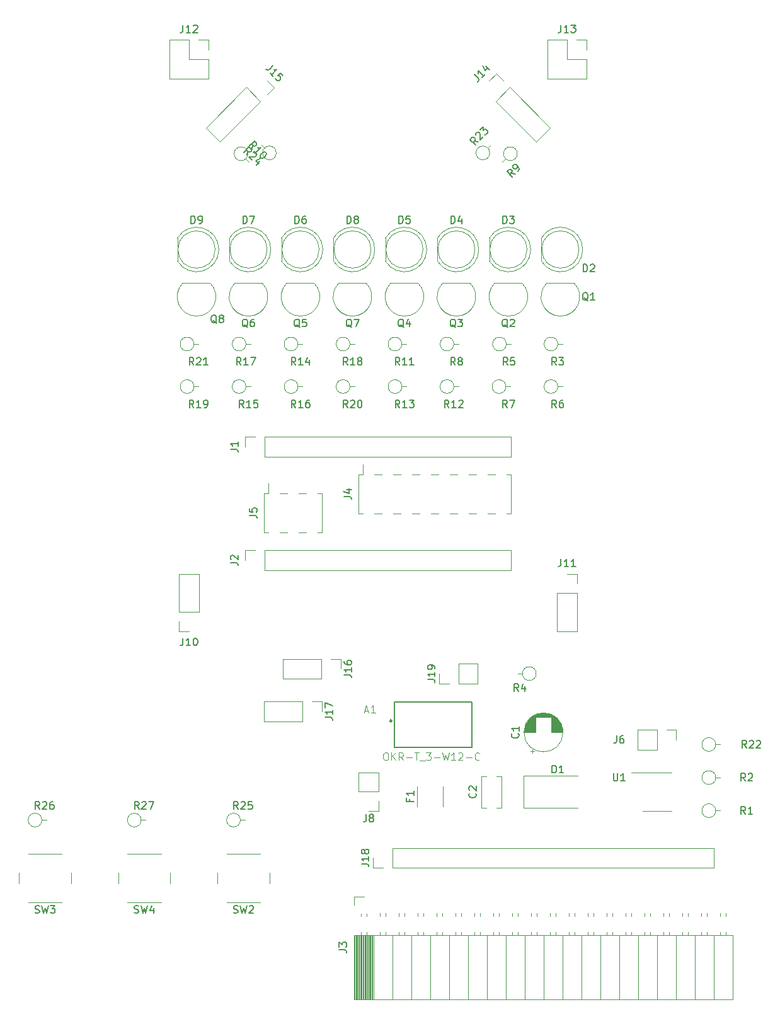
<source format=gto>
G04 #@! TF.GenerationSoftware,KiCad,Pcbnew,5.1.2*
G04 #@! TF.CreationDate,2019-06-14T00:31:34-07:00*
G04 #@! TF.ProjectId,tinyfpga-raspi-romi-board,74696e79-6670-4676-912d-72617370692d,rev?*
G04 #@! TF.SameCoordinates,Original*
G04 #@! TF.FileFunction,Legend,Top*
G04 #@! TF.FilePolarity,Positive*
%FSLAX46Y46*%
G04 Gerber Fmt 4.6, Leading zero omitted, Abs format (unit mm)*
G04 Created by KiCad (PCBNEW 5.1.2) date 2019-06-14 00:31:34*
%MOMM*%
%LPD*%
G04 APERTURE LIST*
%ADD10C,0.120000*%
%ADD11C,0.127000*%
%ADD12C,0.240000*%
%ADD13C,0.150000*%
%ADD14C,0.050000*%
G04 APERTURE END LIST*
D10*
X126083380Y-55140180D02*
X126083380Y-58230180D01*
X131143380Y-56685180D02*
G75*
G03X131143380Y-56685180I-2500000J0D01*
G01*
X131633380Y-56685642D02*
G75*
G03X126083380Y-55140350I-2990000J462D01*
G01*
X131633380Y-56684718D02*
G75*
G02X126083380Y-58230010I-2990000J-462D01*
G01*
D11*
X106355000Y-123575000D02*
X106355000Y-117475000D01*
X106355000Y-117475000D02*
X116755000Y-117475000D01*
X116755000Y-117475000D02*
X116755000Y-123575000D01*
X116755000Y-123575000D02*
X106355000Y-123575000D01*
D12*
X105975000Y-120015000D02*
G75*
G03X105975000Y-120015000I-120000J0D01*
G01*
D10*
X128985000Y-121555000D02*
G75*
G03X128985000Y-121555000I-2620000J0D01*
G01*
X127405000Y-121555000D02*
X128945000Y-121555000D01*
X123785000Y-121555000D02*
X125325000Y-121555000D01*
X127405000Y-121515000D02*
X128945000Y-121515000D01*
X123785000Y-121515000D02*
X125325000Y-121515000D01*
X123786000Y-121475000D02*
X125325000Y-121475000D01*
X127405000Y-121475000D02*
X128944000Y-121475000D01*
X123787000Y-121435000D02*
X125325000Y-121435000D01*
X127405000Y-121435000D02*
X128943000Y-121435000D01*
X123789000Y-121395000D02*
X125325000Y-121395000D01*
X127405000Y-121395000D02*
X128941000Y-121395000D01*
X123792000Y-121355000D02*
X125325000Y-121355000D01*
X127405000Y-121355000D02*
X128938000Y-121355000D01*
X123796000Y-121315000D02*
X125325000Y-121315000D01*
X127405000Y-121315000D02*
X128934000Y-121315000D01*
X123800000Y-121275000D02*
X125325000Y-121275000D01*
X127405000Y-121275000D02*
X128930000Y-121275000D01*
X123804000Y-121235000D02*
X125325000Y-121235000D01*
X127405000Y-121235000D02*
X128926000Y-121235000D01*
X123809000Y-121195000D02*
X125325000Y-121195000D01*
X127405000Y-121195000D02*
X128921000Y-121195000D01*
X123815000Y-121155000D02*
X125325000Y-121155000D01*
X127405000Y-121155000D02*
X128915000Y-121155000D01*
X123822000Y-121115000D02*
X125325000Y-121115000D01*
X127405000Y-121115000D02*
X128908000Y-121115000D01*
X123829000Y-121075000D02*
X125325000Y-121075000D01*
X127405000Y-121075000D02*
X128901000Y-121075000D01*
X123837000Y-121035000D02*
X125325000Y-121035000D01*
X127405000Y-121035000D02*
X128893000Y-121035000D01*
X123845000Y-120995000D02*
X125325000Y-120995000D01*
X127405000Y-120995000D02*
X128885000Y-120995000D01*
X123854000Y-120955000D02*
X125325000Y-120955000D01*
X127405000Y-120955000D02*
X128876000Y-120955000D01*
X123864000Y-120915000D02*
X125325000Y-120915000D01*
X127405000Y-120915000D02*
X128866000Y-120915000D01*
X123874000Y-120875000D02*
X125325000Y-120875000D01*
X127405000Y-120875000D02*
X128856000Y-120875000D01*
X123885000Y-120834000D02*
X125325000Y-120834000D01*
X127405000Y-120834000D02*
X128845000Y-120834000D01*
X123897000Y-120794000D02*
X125325000Y-120794000D01*
X127405000Y-120794000D02*
X128833000Y-120794000D01*
X123910000Y-120754000D02*
X125325000Y-120754000D01*
X127405000Y-120754000D02*
X128820000Y-120754000D01*
X123923000Y-120714000D02*
X125325000Y-120714000D01*
X127405000Y-120714000D02*
X128807000Y-120714000D01*
X123937000Y-120674000D02*
X125325000Y-120674000D01*
X127405000Y-120674000D02*
X128793000Y-120674000D01*
X123951000Y-120634000D02*
X125325000Y-120634000D01*
X127405000Y-120634000D02*
X128779000Y-120634000D01*
X123967000Y-120594000D02*
X125325000Y-120594000D01*
X127405000Y-120594000D02*
X128763000Y-120594000D01*
X123983000Y-120554000D02*
X125325000Y-120554000D01*
X127405000Y-120554000D02*
X128747000Y-120554000D01*
X124000000Y-120514000D02*
X125325000Y-120514000D01*
X127405000Y-120514000D02*
X128730000Y-120514000D01*
X124017000Y-120474000D02*
X125325000Y-120474000D01*
X127405000Y-120474000D02*
X128713000Y-120474000D01*
X124036000Y-120434000D02*
X125325000Y-120434000D01*
X127405000Y-120434000D02*
X128694000Y-120434000D01*
X124055000Y-120394000D02*
X125325000Y-120394000D01*
X127405000Y-120394000D02*
X128675000Y-120394000D01*
X124075000Y-120354000D02*
X125325000Y-120354000D01*
X127405000Y-120354000D02*
X128655000Y-120354000D01*
X124097000Y-120314000D02*
X125325000Y-120314000D01*
X127405000Y-120314000D02*
X128633000Y-120314000D01*
X124118000Y-120274000D02*
X125325000Y-120274000D01*
X127405000Y-120274000D02*
X128612000Y-120274000D01*
X124141000Y-120234000D02*
X125325000Y-120234000D01*
X127405000Y-120234000D02*
X128589000Y-120234000D01*
X124165000Y-120194000D02*
X125325000Y-120194000D01*
X127405000Y-120194000D02*
X128565000Y-120194000D01*
X124190000Y-120154000D02*
X125325000Y-120154000D01*
X127405000Y-120154000D02*
X128540000Y-120154000D01*
X124216000Y-120114000D02*
X125325000Y-120114000D01*
X127405000Y-120114000D02*
X128514000Y-120114000D01*
X124243000Y-120074000D02*
X125325000Y-120074000D01*
X127405000Y-120074000D02*
X128487000Y-120074000D01*
X124270000Y-120034000D02*
X125325000Y-120034000D01*
X127405000Y-120034000D02*
X128460000Y-120034000D01*
X124300000Y-119994000D02*
X125325000Y-119994000D01*
X127405000Y-119994000D02*
X128430000Y-119994000D01*
X124330000Y-119954000D02*
X125325000Y-119954000D01*
X127405000Y-119954000D02*
X128400000Y-119954000D01*
X124361000Y-119914000D02*
X125325000Y-119914000D01*
X127405000Y-119914000D02*
X128369000Y-119914000D01*
X124394000Y-119874000D02*
X125325000Y-119874000D01*
X127405000Y-119874000D02*
X128336000Y-119874000D01*
X124428000Y-119834000D02*
X125325000Y-119834000D01*
X127405000Y-119834000D02*
X128302000Y-119834000D01*
X124464000Y-119794000D02*
X125325000Y-119794000D01*
X127405000Y-119794000D02*
X128266000Y-119794000D01*
X124501000Y-119754000D02*
X125325000Y-119754000D01*
X127405000Y-119754000D02*
X128229000Y-119754000D01*
X124539000Y-119714000D02*
X125325000Y-119714000D01*
X127405000Y-119714000D02*
X128191000Y-119714000D01*
X124580000Y-119674000D02*
X125325000Y-119674000D01*
X127405000Y-119674000D02*
X128150000Y-119674000D01*
X124622000Y-119634000D02*
X125325000Y-119634000D01*
X127405000Y-119634000D02*
X128108000Y-119634000D01*
X124666000Y-119594000D02*
X125325000Y-119594000D01*
X127405000Y-119594000D02*
X128064000Y-119594000D01*
X124712000Y-119554000D02*
X125325000Y-119554000D01*
X127405000Y-119554000D02*
X128018000Y-119554000D01*
X124760000Y-119514000D02*
X127970000Y-119514000D01*
X124811000Y-119474000D02*
X127919000Y-119474000D01*
X124865000Y-119434000D02*
X127865000Y-119434000D01*
X124922000Y-119394000D02*
X127808000Y-119394000D01*
X124982000Y-119354000D02*
X127748000Y-119354000D01*
X125046000Y-119314000D02*
X127684000Y-119314000D01*
X125114000Y-119274000D02*
X127616000Y-119274000D01*
X125187000Y-119234000D02*
X127543000Y-119234000D01*
X125267000Y-119194000D02*
X127463000Y-119194000D01*
X125354000Y-119154000D02*
X127376000Y-119154000D01*
X125450000Y-119114000D02*
X127280000Y-119114000D01*
X125560000Y-119074000D02*
X127170000Y-119074000D01*
X125688000Y-119034000D02*
X127042000Y-119034000D01*
X125847000Y-118994000D02*
X126883000Y-118994000D01*
X126081000Y-118954000D02*
X126649000Y-118954000D01*
X124890000Y-124359775D02*
X124890000Y-123859775D01*
X124640000Y-124109775D02*
X125140000Y-124109775D01*
X118010000Y-131680000D02*
X118010000Y-127440000D01*
X120750000Y-131680000D02*
X120750000Y-127440000D01*
X118010000Y-131680000D02*
X118715000Y-131680000D01*
X120045000Y-131680000D02*
X120750000Y-131680000D01*
X118010000Y-127440000D02*
X118715000Y-127440000D01*
X120045000Y-127440000D02*
X120750000Y-127440000D01*
X123670000Y-127390000D02*
X123670000Y-131690000D01*
X123670000Y-131690000D02*
X130970000Y-131690000D01*
X123670000Y-127390000D02*
X130970000Y-127390000D01*
X124648380Y-56684718D02*
G75*
G02X119098380Y-58230010I-2990000J-462D01*
G01*
X124648380Y-56685642D02*
G75*
G03X119098380Y-55140350I-2990000J462D01*
G01*
X124158380Y-56685180D02*
G75*
G03X124158380Y-56685180I-2500000J0D01*
G01*
X119098380Y-55140180D02*
X119098380Y-58230180D01*
X117663380Y-56684718D02*
G75*
G02X112113380Y-58230010I-2990000J-462D01*
G01*
X117663380Y-56685642D02*
G75*
G03X112113380Y-55140350I-2990000J462D01*
G01*
X117173380Y-56685180D02*
G75*
G03X117173380Y-56685180I-2500000J0D01*
G01*
X112113380Y-55140180D02*
X112113380Y-58230180D01*
X105128380Y-55140180D02*
X105128380Y-58230180D01*
X110188380Y-56685180D02*
G75*
G03X110188380Y-56685180I-2500000J0D01*
G01*
X110678380Y-56685642D02*
G75*
G03X105128380Y-55140350I-2990000J462D01*
G01*
X110678380Y-56684718D02*
G75*
G02X105128380Y-58230010I-2990000J-462D01*
G01*
X91158380Y-55140180D02*
X91158380Y-58230180D01*
X96218380Y-56685180D02*
G75*
G03X96218380Y-56685180I-2500000J0D01*
G01*
X96708380Y-56685642D02*
G75*
G03X91158380Y-55140350I-2990000J462D01*
G01*
X96708380Y-56684718D02*
G75*
G02X91158380Y-58230010I-2990000J-462D01*
G01*
X89723380Y-56684718D02*
G75*
G02X84173380Y-58230010I-2990000J-462D01*
G01*
X89723380Y-56685642D02*
G75*
G03X84173380Y-55140350I-2990000J462D01*
G01*
X89233380Y-56685180D02*
G75*
G03X89233380Y-56685180I-2500000J0D01*
G01*
X84173380Y-55140180D02*
X84173380Y-58230180D01*
X98143380Y-55140180D02*
X98143380Y-58230180D01*
X103203380Y-56685180D02*
G75*
G03X103203380Y-56685180I-2500000J0D01*
G01*
X103693380Y-56685642D02*
G75*
G03X98143380Y-55140350I-2990000J462D01*
G01*
X103693380Y-56684718D02*
G75*
G02X98143380Y-58230010I-2990000J-462D01*
G01*
X82738380Y-56684718D02*
G75*
G02X77188380Y-58230010I-2990000J-462D01*
G01*
X82738380Y-56685642D02*
G75*
G03X77188380Y-55140350I-2990000J462D01*
G01*
X82248380Y-56685180D02*
G75*
G03X82248380Y-56685180I-2500000J0D01*
G01*
X77188380Y-55140180D02*
X77188380Y-58230180D01*
X109415000Y-131561252D02*
X109415000Y-128788748D01*
X112835000Y-131561252D02*
X112835000Y-128788748D01*
X88900000Y-84515000D02*
X88900000Y-81855000D01*
X88900000Y-84515000D02*
X121980000Y-84515000D01*
X121980000Y-84515000D02*
X121980000Y-81855000D01*
X88900000Y-81855000D02*
X121980000Y-81855000D01*
X86300000Y-81855000D02*
X87630000Y-81855000D01*
X86300000Y-83185000D02*
X86300000Y-81855000D01*
X86300000Y-98425000D02*
X86300000Y-97095000D01*
X86300000Y-97095000D02*
X87630000Y-97095000D01*
X88900000Y-97095000D02*
X121980000Y-97095000D01*
X121980000Y-99755000D02*
X121980000Y-97095000D01*
X88900000Y-99755000D02*
X121980000Y-99755000D01*
X88900000Y-99755000D02*
X88900000Y-97095000D01*
X101025000Y-157410000D02*
X101025000Y-148780000D01*
X101143095Y-157410000D02*
X101143095Y-148780000D01*
X101261190Y-157410000D02*
X101261190Y-148780000D01*
X101379285Y-157410000D02*
X101379285Y-148780000D01*
X101497380Y-157410000D02*
X101497380Y-148780000D01*
X101615475Y-157410000D02*
X101615475Y-148780000D01*
X101733570Y-157410000D02*
X101733570Y-148780000D01*
X101851665Y-157410000D02*
X101851665Y-148780000D01*
X101969760Y-157410000D02*
X101969760Y-148780000D01*
X102087855Y-157410000D02*
X102087855Y-148780000D01*
X102205950Y-157410000D02*
X102205950Y-148780000D01*
X102324045Y-157410000D02*
X102324045Y-148780000D01*
X102442140Y-157410000D02*
X102442140Y-148780000D01*
X102560235Y-157410000D02*
X102560235Y-148780000D01*
X102678330Y-157410000D02*
X102678330Y-148780000D01*
X102796425Y-157410000D02*
X102796425Y-148780000D01*
X102914520Y-157410000D02*
X102914520Y-148780000D01*
X103032615Y-157410000D02*
X103032615Y-148780000D01*
X103150710Y-157410000D02*
X103150710Y-148780000D01*
X103268805Y-157410000D02*
X103268805Y-148780000D01*
X103386900Y-157410000D02*
X103386900Y-148780000D01*
X101875000Y-148780000D02*
X101875000Y-148370000D01*
X101875000Y-146270000D02*
X101875000Y-145890000D01*
X102595000Y-148780000D02*
X102595000Y-148370000D01*
X102595000Y-146270000D02*
X102595000Y-145890000D01*
X104415000Y-148780000D02*
X104415000Y-148370000D01*
X104415000Y-146270000D02*
X104415000Y-145830000D01*
X105135000Y-148780000D02*
X105135000Y-148370000D01*
X105135000Y-146270000D02*
X105135000Y-145830000D01*
X106955000Y-148780000D02*
X106955000Y-148370000D01*
X106955000Y-146270000D02*
X106955000Y-145830000D01*
X107675000Y-148780000D02*
X107675000Y-148370000D01*
X107675000Y-146270000D02*
X107675000Y-145830000D01*
X109495000Y-148780000D02*
X109495000Y-148370000D01*
X109495000Y-146270000D02*
X109495000Y-145830000D01*
X110215000Y-148780000D02*
X110215000Y-148370000D01*
X110215000Y-146270000D02*
X110215000Y-145830000D01*
X112035000Y-148780000D02*
X112035000Y-148370000D01*
X112035000Y-146270000D02*
X112035000Y-145830000D01*
X112755000Y-148780000D02*
X112755000Y-148370000D01*
X112755000Y-146270000D02*
X112755000Y-145830000D01*
X114575000Y-148780000D02*
X114575000Y-148370000D01*
X114575000Y-146270000D02*
X114575000Y-145830000D01*
X115295000Y-148780000D02*
X115295000Y-148370000D01*
X115295000Y-146270000D02*
X115295000Y-145830000D01*
X117115000Y-148780000D02*
X117115000Y-148370000D01*
X117115000Y-146270000D02*
X117115000Y-145830000D01*
X117835000Y-148780000D02*
X117835000Y-148370000D01*
X117835000Y-146270000D02*
X117835000Y-145830000D01*
X119655000Y-148780000D02*
X119655000Y-148370000D01*
X119655000Y-146270000D02*
X119655000Y-145830000D01*
X120375000Y-148780000D02*
X120375000Y-148370000D01*
X120375000Y-146270000D02*
X120375000Y-145830000D01*
X122195000Y-148780000D02*
X122195000Y-148370000D01*
X122195000Y-146270000D02*
X122195000Y-145830000D01*
X122915000Y-148780000D02*
X122915000Y-148370000D01*
X122915000Y-146270000D02*
X122915000Y-145830000D01*
X124735000Y-148780000D02*
X124735000Y-148370000D01*
X124735000Y-146270000D02*
X124735000Y-145830000D01*
X125455000Y-148780000D02*
X125455000Y-148370000D01*
X125455000Y-146270000D02*
X125455000Y-145830000D01*
X127275000Y-148780000D02*
X127275000Y-148370000D01*
X127275000Y-146270000D02*
X127275000Y-145830000D01*
X127995000Y-148780000D02*
X127995000Y-148370000D01*
X127995000Y-146270000D02*
X127995000Y-145830000D01*
X129815000Y-148780000D02*
X129815000Y-148370000D01*
X129815000Y-146270000D02*
X129815000Y-145830000D01*
X130535000Y-148780000D02*
X130535000Y-148370000D01*
X130535000Y-146270000D02*
X130535000Y-145830000D01*
X132355000Y-148780000D02*
X132355000Y-148370000D01*
X132355000Y-146270000D02*
X132355000Y-145830000D01*
X133075000Y-148780000D02*
X133075000Y-148370000D01*
X133075000Y-146270000D02*
X133075000Y-145830000D01*
X134895000Y-148780000D02*
X134895000Y-148370000D01*
X134895000Y-146270000D02*
X134895000Y-145830000D01*
X135615000Y-148780000D02*
X135615000Y-148370000D01*
X135615000Y-146270000D02*
X135615000Y-145830000D01*
X137435000Y-148780000D02*
X137435000Y-148370000D01*
X137435000Y-146270000D02*
X137435000Y-145830000D01*
X138155000Y-148780000D02*
X138155000Y-148370000D01*
X138155000Y-146270000D02*
X138155000Y-145830000D01*
X139975000Y-148780000D02*
X139975000Y-148370000D01*
X139975000Y-146270000D02*
X139975000Y-145830000D01*
X140695000Y-148780000D02*
X140695000Y-148370000D01*
X140695000Y-146270000D02*
X140695000Y-145830000D01*
X142515000Y-148780000D02*
X142515000Y-148370000D01*
X142515000Y-146270000D02*
X142515000Y-145830000D01*
X143235000Y-148780000D02*
X143235000Y-148370000D01*
X143235000Y-146270000D02*
X143235000Y-145830000D01*
X145055000Y-148780000D02*
X145055000Y-148370000D01*
X145055000Y-146270000D02*
X145055000Y-145830000D01*
X145775000Y-148780000D02*
X145775000Y-148370000D01*
X145775000Y-146270000D02*
X145775000Y-145830000D01*
X147595000Y-148780000D02*
X147595000Y-148370000D01*
X147595000Y-146270000D02*
X147595000Y-145830000D01*
X148315000Y-148780000D02*
X148315000Y-148370000D01*
X148315000Y-146270000D02*
X148315000Y-145830000D01*
X150135000Y-148780000D02*
X150135000Y-148370000D01*
X150135000Y-146270000D02*
X150135000Y-145830000D01*
X150855000Y-148780000D02*
X150855000Y-148370000D01*
X150855000Y-146270000D02*
X150855000Y-145830000D01*
X103505000Y-157410000D02*
X103505000Y-148780000D01*
X106045000Y-157410000D02*
X106045000Y-148780000D01*
X108585000Y-157410000D02*
X108585000Y-148780000D01*
X111125000Y-157410000D02*
X111125000Y-148780000D01*
X113665000Y-157410000D02*
X113665000Y-148780000D01*
X116205000Y-157410000D02*
X116205000Y-148780000D01*
X118745000Y-157410000D02*
X118745000Y-148780000D01*
X121285000Y-157410000D02*
X121285000Y-148780000D01*
X123825000Y-157410000D02*
X123825000Y-148780000D01*
X126365000Y-157410000D02*
X126365000Y-148780000D01*
X128905000Y-157410000D02*
X128905000Y-148780000D01*
X131445000Y-157410000D02*
X131445000Y-148780000D01*
X133985000Y-157410000D02*
X133985000Y-148780000D01*
X136525000Y-157410000D02*
X136525000Y-148780000D01*
X139065000Y-157410000D02*
X139065000Y-148780000D01*
X141605000Y-157410000D02*
X141605000Y-148780000D01*
X144145000Y-157410000D02*
X144145000Y-148780000D01*
X146685000Y-157410000D02*
X146685000Y-148780000D01*
X149225000Y-157410000D02*
X149225000Y-148780000D01*
X100905000Y-157410000D02*
X100905000Y-148780000D01*
X100905000Y-148780000D02*
X151825000Y-148780000D01*
X151825000Y-157410000D02*
X151825000Y-148780000D01*
X100905000Y-157410000D02*
X151825000Y-157410000D01*
X100905000Y-143670000D02*
X102235000Y-143670000D01*
X100905000Y-144780000D02*
X100905000Y-143670000D01*
X80070000Y-105410000D02*
X77410000Y-105410000D01*
X80070000Y-105410000D02*
X80070000Y-100270000D01*
X80070000Y-100270000D02*
X77410000Y-100270000D01*
X77410000Y-105410000D02*
X77410000Y-100270000D01*
X77410000Y-108010000D02*
X77410000Y-106680000D01*
X78740000Y-108010000D02*
X77410000Y-108010000D01*
X129540000Y-100270000D02*
X130870000Y-100270000D01*
X130870000Y-100270000D02*
X130870000Y-101600000D01*
X130870000Y-102870000D02*
X130870000Y-108010000D01*
X128210000Y-108010000D02*
X130870000Y-108010000D01*
X128210000Y-102870000D02*
X128210000Y-108010000D01*
X128210000Y-102870000D02*
X130870000Y-102870000D01*
X99120000Y-111700000D02*
X99120000Y-113030000D01*
X97790000Y-111700000D02*
X99120000Y-111700000D01*
X96520000Y-111700000D02*
X96520000Y-114360000D01*
X96520000Y-114360000D02*
X91380000Y-114360000D01*
X96520000Y-111700000D02*
X91380000Y-111700000D01*
X91380000Y-111700000D02*
X91380000Y-114360000D01*
X88840000Y-117415000D02*
X88840000Y-120075000D01*
X93980000Y-117415000D02*
X88840000Y-117415000D01*
X93980000Y-120075000D02*
X88840000Y-120075000D01*
X93980000Y-117415000D02*
X93980000Y-120075000D01*
X95250000Y-117415000D02*
X96580000Y-117415000D01*
X96580000Y-117415000D02*
X96580000Y-118745000D01*
X126804902Y-61196702D02*
G75*
G03X128643380Y-65635180I1838478J-1838478D01*
G01*
X130481858Y-61196702D02*
G75*
G02X128643380Y-65635180I-1838478J-1838478D01*
G01*
X130443380Y-61185180D02*
X126843380Y-61185180D01*
X123458380Y-61185180D02*
X119858380Y-61185180D01*
X123496858Y-61196702D02*
G75*
G02X121658380Y-65635180I-1838478J-1838478D01*
G01*
X119819902Y-61196702D02*
G75*
G03X121658380Y-65635180I1838478J-1838478D01*
G01*
X116473380Y-61185180D02*
X112873380Y-61185180D01*
X116511858Y-61196702D02*
G75*
G02X114673380Y-65635180I-1838478J-1838478D01*
G01*
X112834902Y-61196702D02*
G75*
G03X114673380Y-65635180I1838478J-1838478D01*
G01*
X109488380Y-61185180D02*
X105888380Y-61185180D01*
X109526858Y-61196702D02*
G75*
G02X107688380Y-65635180I-1838478J-1838478D01*
G01*
X105849902Y-61196702D02*
G75*
G03X107688380Y-65635180I1838478J-1838478D01*
G01*
X95518380Y-61185180D02*
X91918380Y-61185180D01*
X95556858Y-61196702D02*
G75*
G02X93718380Y-65635180I-1838478J-1838478D01*
G01*
X91879902Y-61196702D02*
G75*
G03X93718380Y-65635180I1838478J-1838478D01*
G01*
X84894902Y-61196702D02*
G75*
G03X86733380Y-65635180I1838478J-1838478D01*
G01*
X88571858Y-61196702D02*
G75*
G02X86733380Y-65635180I-1838478J-1838478D01*
G01*
X88533380Y-61185180D02*
X84933380Y-61185180D01*
X98864902Y-61196702D02*
G75*
G03X100703380Y-65635180I1838478J-1838478D01*
G01*
X102541858Y-61196702D02*
G75*
G02X100703380Y-65635180I-1838478J-1838478D01*
G01*
X102503380Y-61185180D02*
X98903380Y-61185180D01*
X77909902Y-61196702D02*
G75*
G03X79748380Y-65635180I1838478J-1838478D01*
G01*
X81586858Y-61196702D02*
G75*
G02X79748380Y-65635180I-1838478J-1838478D01*
G01*
X81548380Y-61185180D02*
X77948380Y-61185180D01*
X149510000Y-132080000D02*
X150130000Y-132080000D01*
X149510000Y-132080000D02*
G75*
G03X149510000Y-132080000I-920000J0D01*
G01*
X149510000Y-127635000D02*
G75*
G03X149510000Y-127635000I-920000J0D01*
G01*
X149510000Y-127635000D02*
X150130000Y-127635000D01*
X128293380Y-69385180D02*
G75*
G03X128293380Y-69385180I-920000J0D01*
G01*
X128293380Y-69385180D02*
X128913380Y-69385180D01*
X125380000Y-113665000D02*
G75*
G03X125380000Y-113665000I-920000J0D01*
G01*
X123540000Y-113665000D02*
X122920000Y-113665000D01*
X121373379Y-69385180D02*
G75*
G03X121373379Y-69385180I-920000J0D01*
G01*
X121373379Y-69385180D02*
X121993379Y-69385180D01*
X128293380Y-75100180D02*
X128913380Y-75100180D01*
X128293380Y-75100180D02*
G75*
G03X128293380Y-75100180I-920000J0D01*
G01*
X121308380Y-75100180D02*
G75*
G03X121308380Y-75100180I-920000J0D01*
G01*
X121308380Y-75100180D02*
X121928380Y-75100180D01*
X114323380Y-69385180D02*
G75*
G03X114323380Y-69385180I-920000J0D01*
G01*
X114323380Y-69385180D02*
X114943380Y-69385180D01*
X121269462Y-44465538D02*
X120831056Y-44903944D01*
X122840000Y-43815000D02*
G75*
G03X122840000Y-43815000I-920000J0D01*
G01*
X86375538Y-44465538D02*
X86813944Y-44903944D01*
X86645000Y-43815000D02*
G75*
G03X86645000Y-43815000I-920000J0D01*
G01*
X107338380Y-69385180D02*
G75*
G03X107338380Y-69385180I-920000J0D01*
G01*
X107338380Y-69385180D02*
X107958380Y-69385180D01*
X114323380Y-75100180D02*
X114943380Y-75100180D01*
X114323380Y-75100180D02*
G75*
G03X114323380Y-75100180I-920000J0D01*
G01*
X107338380Y-75100180D02*
X107958380Y-75100180D01*
X107338380Y-75100180D02*
G75*
G03X107338380Y-75100180I-920000J0D01*
G01*
X93368380Y-69385180D02*
G75*
G03X93368380Y-69385180I-920000J0D01*
G01*
X93368380Y-69385180D02*
X93988380Y-69385180D01*
X86383380Y-75100180D02*
X87003380Y-75100180D01*
X86383380Y-75100180D02*
G75*
G03X86383380Y-75100180I-920000J0D01*
G01*
X93368380Y-75100180D02*
G75*
G03X93368380Y-75100180I-920000J0D01*
G01*
X93368380Y-75100180D02*
X93988380Y-75100180D01*
X86383380Y-69385180D02*
G75*
G03X86383380Y-69385180I-920000J0D01*
G01*
X86383380Y-69385180D02*
X87003380Y-69385180D01*
X100353380Y-69385180D02*
G75*
G03X100353380Y-69385180I-920000J0D01*
G01*
X100353380Y-69385180D02*
X100973380Y-69385180D01*
X79398380Y-75100180D02*
X80018380Y-75100180D01*
X79398380Y-75100180D02*
G75*
G03X79398380Y-75100180I-920000J0D01*
G01*
X100353380Y-75100180D02*
X100973380Y-75100180D01*
X100353380Y-75100180D02*
G75*
G03X100353380Y-75100180I-920000J0D01*
G01*
X79398380Y-69385180D02*
X80018380Y-69385180D01*
X79398380Y-69385180D02*
G75*
G03X79398380Y-69385180I-920000J0D01*
G01*
X149510000Y-123190000D02*
G75*
G03X149510000Y-123190000I-920000J0D01*
G01*
X149510000Y-123190000D02*
X150130000Y-123190000D01*
X119138949Y-43706051D02*
G75*
G03X119138949Y-43706051I-920000J0D01*
G01*
X118869487Y-43055513D02*
X119307893Y-42617107D01*
X88884462Y-43055513D02*
X88446056Y-42617107D01*
X90455000Y-43706051D02*
G75*
G03X90455000Y-43706051I-920000J0D01*
G01*
X85636620Y-133350000D02*
X86256620Y-133350000D01*
X85636620Y-133350000D02*
G75*
G03X85636620Y-133350000I-920000J0D01*
G01*
X58966620Y-133350000D02*
G75*
G03X58966620Y-133350000I-920000J0D01*
G01*
X58966620Y-133350000D02*
X59586620Y-133350000D01*
X72301620Y-133350000D02*
X72921620Y-133350000D01*
X72301620Y-133350000D02*
G75*
G03X72301620Y-133350000I-920000J0D01*
G01*
X88311620Y-137894820D02*
X83811620Y-137894820D01*
X89561620Y-141894820D02*
X89561620Y-140394820D01*
X83811620Y-144394820D02*
X88311620Y-144394820D01*
X82561620Y-140394820D02*
X82561620Y-141894820D01*
X55891620Y-140394820D02*
X55891620Y-141894820D01*
X57141620Y-144394820D02*
X61641620Y-144394820D01*
X62891620Y-141894820D02*
X62891620Y-140394820D01*
X61641620Y-137894820D02*
X57141620Y-137894820D01*
X74976620Y-137894820D02*
X70476620Y-137894820D01*
X76226620Y-141894820D02*
X76226620Y-140394820D01*
X70476620Y-144394820D02*
X74976620Y-144394820D01*
X69226620Y-140394820D02*
X69226620Y-141894820D01*
X141605000Y-132100000D02*
X143555000Y-132100000D01*
X141605000Y-132100000D02*
X139655000Y-132100000D01*
X141605000Y-126980000D02*
X143555000Y-126980000D01*
X141605000Y-126980000D02*
X138155000Y-126980000D01*
X101540000Y-92135000D02*
X101540000Y-86935000D01*
X101540000Y-86935000D02*
X102110000Y-86935000D01*
X103630000Y-86935000D02*
X104650000Y-86935000D01*
X106170000Y-86935000D02*
X107190000Y-86935000D01*
X108710000Y-86935000D02*
X109730000Y-86935000D01*
X111250000Y-86935000D02*
X112270000Y-86935000D01*
X113790000Y-86935000D02*
X114810000Y-86935000D01*
X116330000Y-86935000D02*
X117350000Y-86935000D01*
X118870000Y-86935000D02*
X119890000Y-86935000D01*
X121410000Y-86935000D02*
X121980000Y-86935000D01*
X121980000Y-92135000D02*
X121980000Y-86935000D01*
X101540000Y-92135000D02*
X102110000Y-92135000D01*
X103630000Y-92135000D02*
X104650000Y-92135000D01*
X106170000Y-92135000D02*
X107190000Y-92135000D01*
X108710000Y-92135000D02*
X109730000Y-92135000D01*
X111250000Y-92135000D02*
X112270000Y-92135000D01*
X113790000Y-92135000D02*
X114810000Y-92135000D01*
X116330000Y-92135000D02*
X117350000Y-92135000D01*
X118870000Y-92135000D02*
X119890000Y-92135000D01*
X121410000Y-92135000D02*
X121980000Y-92135000D01*
X102110000Y-86935000D02*
X102110000Y-85575000D01*
X89410000Y-89475000D02*
X89410000Y-88115000D01*
X96010000Y-94675000D02*
X96580000Y-94675000D01*
X93470000Y-94675000D02*
X94490000Y-94675000D01*
X90930000Y-94675000D02*
X91950000Y-94675000D01*
X88840000Y-94675000D02*
X89410000Y-94675000D01*
X96580000Y-94675000D02*
X96580000Y-89475000D01*
X96010000Y-89475000D02*
X96580000Y-89475000D01*
X93470000Y-89475000D02*
X94490000Y-89475000D01*
X90930000Y-89475000D02*
X91950000Y-89475000D01*
X88840000Y-89475000D02*
X89410000Y-89475000D01*
X88840000Y-94675000D02*
X88840000Y-89475000D01*
X139005000Y-121225000D02*
X139005000Y-123885000D01*
X141605000Y-121225000D02*
X139005000Y-121225000D01*
X141605000Y-123885000D02*
X139005000Y-123885000D01*
X141605000Y-121225000D02*
X141605000Y-123885000D01*
X142875000Y-121225000D02*
X144205000Y-121225000D01*
X144205000Y-121225000D02*
X144205000Y-122555000D01*
X104200000Y-132140000D02*
X102870000Y-132140000D01*
X104200000Y-130810000D02*
X104200000Y-132140000D01*
X104200000Y-129540000D02*
X101540000Y-129540000D01*
X101540000Y-129540000D02*
X101540000Y-126940000D01*
X104200000Y-129540000D02*
X104200000Y-126940000D01*
X104200000Y-126940000D02*
X101540000Y-126940000D01*
X80010000Y-28515000D02*
X81340000Y-28515000D01*
X81340000Y-28515000D02*
X81340000Y-29845000D01*
X78740000Y-28515000D02*
X78740000Y-31115000D01*
X78740000Y-31115000D02*
X81340000Y-31115000D01*
X81340000Y-31115000D02*
X81340000Y-33715000D01*
X76140000Y-33715000D02*
X81340000Y-33715000D01*
X76140000Y-28515000D02*
X76140000Y-33715000D01*
X76140000Y-28515000D02*
X78740000Y-28515000D01*
X126940000Y-28515000D02*
X129540000Y-28515000D01*
X126940000Y-28515000D02*
X126940000Y-33715000D01*
X126940000Y-33715000D02*
X132140000Y-33715000D01*
X132140000Y-31115000D02*
X132140000Y-33715000D01*
X129540000Y-31115000D02*
X132140000Y-31115000D01*
X129540000Y-28515000D02*
X129540000Y-31115000D01*
X132140000Y-28515000D02*
X132140000Y-29845000D01*
X130810000Y-28515000D02*
X132140000Y-28515000D01*
X119972574Y-36763478D02*
X121853478Y-34882574D01*
X119972574Y-36763478D02*
X125403154Y-42194058D01*
X125403154Y-42194058D02*
X127284058Y-40313154D01*
X121853478Y-34882574D02*
X127284058Y-40313154D01*
X120015000Y-33044096D02*
X120955452Y-33984548D01*
X119074548Y-33984548D02*
X120015000Y-33044096D01*
X149285000Y-139760000D02*
X149285000Y-137100000D01*
X106045000Y-139760000D02*
X149285000Y-139760000D01*
X106045000Y-137100000D02*
X149285000Y-137100000D01*
X106045000Y-139760000D02*
X106045000Y-137100000D01*
X104775000Y-139760000D02*
X103445000Y-139760000D01*
X103445000Y-139760000D02*
X103445000Y-138430000D01*
X117535000Y-114995000D02*
X117535000Y-112335000D01*
X114935000Y-114995000D02*
X117535000Y-114995000D01*
X114935000Y-112335000D02*
X117535000Y-112335000D01*
X114935000Y-114995000D02*
X114935000Y-112335000D01*
X113665000Y-114995000D02*
X112335000Y-114995000D01*
X112335000Y-114995000D02*
X112335000Y-113665000D01*
X86426522Y-34882574D02*
X88307426Y-36763478D01*
X86426522Y-34882574D02*
X80995942Y-40313154D01*
X80995942Y-40313154D02*
X82876846Y-42194058D01*
X88307426Y-36763478D02*
X82876846Y-42194058D01*
X90145904Y-34925000D02*
X89205452Y-35865452D01*
X89205452Y-33984548D02*
X90145904Y-34925000D01*
D13*
X131715284Y-59677560D02*
X131715284Y-58677560D01*
X131953380Y-58677560D01*
X132096237Y-58725180D01*
X132191475Y-58820418D01*
X132239094Y-58915656D01*
X132286713Y-59106132D01*
X132286713Y-59248989D01*
X132239094Y-59439465D01*
X132191475Y-59534703D01*
X132096237Y-59629941D01*
X131953380Y-59677560D01*
X131715284Y-59677560D01*
X132667665Y-58772799D02*
X132715284Y-58725180D01*
X132810522Y-58677560D01*
X133048618Y-58677560D01*
X133143856Y-58725180D01*
X133191475Y-58772799D01*
X133239094Y-58868037D01*
X133239094Y-58963275D01*
X133191475Y-59106132D01*
X132620046Y-59677560D01*
X133239094Y-59677560D01*
D14*
X102330671Y-118657910D02*
X102807557Y-118657910D01*
X102235294Y-118944041D02*
X102569114Y-117942581D01*
X102902934Y-118944041D01*
X103761328Y-118944041D02*
X103189065Y-118944041D01*
X103475197Y-118944041D02*
X103475197Y-117942581D01*
X103379820Y-118085647D01*
X103284442Y-118181024D01*
X103189065Y-118228712D01*
X105079070Y-124292707D02*
X105269781Y-124292707D01*
X105365136Y-124340385D01*
X105460491Y-124435740D01*
X105508169Y-124626450D01*
X105508169Y-124960194D01*
X105460491Y-125150904D01*
X105365136Y-125246259D01*
X105269781Y-125293937D01*
X105079070Y-125293937D01*
X104983715Y-125246259D01*
X104888360Y-125150904D01*
X104840682Y-124960194D01*
X104840682Y-124626450D01*
X104888360Y-124435740D01*
X104983715Y-124340385D01*
X105079070Y-124292707D01*
X105937267Y-125293937D02*
X105937267Y-124292707D01*
X106509399Y-125293937D02*
X106080300Y-124721805D01*
X106509399Y-124292707D02*
X105937267Y-124864838D01*
X107510629Y-125293937D02*
X107176885Y-124817161D01*
X106938497Y-125293937D02*
X106938497Y-124292707D01*
X107319918Y-124292707D01*
X107415274Y-124340385D01*
X107462951Y-124388062D01*
X107510629Y-124483417D01*
X107510629Y-124626450D01*
X107462951Y-124721805D01*
X107415274Y-124769483D01*
X107319918Y-124817161D01*
X106938497Y-124817161D01*
X107939727Y-124912516D02*
X108702569Y-124912516D01*
X109036313Y-124292707D02*
X109608444Y-124292707D01*
X109322378Y-125293937D02*
X109322378Y-124292707D01*
X109703799Y-125389292D02*
X110466641Y-125389292D01*
X110609674Y-124292707D02*
X111229483Y-124292707D01*
X110895740Y-124674128D01*
X111038773Y-124674128D01*
X111134128Y-124721805D01*
X111181805Y-124769483D01*
X111229483Y-124864838D01*
X111229483Y-125103226D01*
X111181805Y-125198582D01*
X111134128Y-125246259D01*
X111038773Y-125293937D01*
X110752707Y-125293937D01*
X110657352Y-125246259D01*
X110609674Y-125198582D01*
X111658582Y-124912516D02*
X112421424Y-124912516D01*
X112802845Y-124292707D02*
X113041233Y-125293937D01*
X113231943Y-124578773D01*
X113422654Y-125293937D01*
X113661042Y-124292707D01*
X114566916Y-125293937D02*
X113994785Y-125293937D01*
X114280851Y-125293937D02*
X114280851Y-124292707D01*
X114185495Y-124435740D01*
X114090140Y-124531095D01*
X113994785Y-124578773D01*
X114948337Y-124388062D02*
X114996015Y-124340385D01*
X115091370Y-124292707D01*
X115329758Y-124292707D01*
X115425114Y-124340385D01*
X115472791Y-124388062D01*
X115520469Y-124483417D01*
X115520469Y-124578773D01*
X115472791Y-124721805D01*
X114900660Y-125293937D01*
X115520469Y-125293937D01*
X115949567Y-124912516D02*
X116712409Y-124912516D01*
X117761317Y-125198582D02*
X117713639Y-125246259D01*
X117570606Y-125293937D01*
X117475251Y-125293937D01*
X117332218Y-125246259D01*
X117236863Y-125150904D01*
X117189185Y-125055549D01*
X117141508Y-124864838D01*
X117141508Y-124721805D01*
X117189185Y-124531095D01*
X117236863Y-124435740D01*
X117332218Y-124340385D01*
X117475251Y-124292707D01*
X117570606Y-124292707D01*
X117713639Y-124340385D01*
X117761317Y-124388062D01*
D13*
X122972142Y-121721666D02*
X123019761Y-121769285D01*
X123067380Y-121912142D01*
X123067380Y-122007380D01*
X123019761Y-122150238D01*
X122924523Y-122245476D01*
X122829285Y-122293095D01*
X122638809Y-122340714D01*
X122495952Y-122340714D01*
X122305476Y-122293095D01*
X122210238Y-122245476D01*
X122115000Y-122150238D01*
X122067380Y-122007380D01*
X122067380Y-121912142D01*
X122115000Y-121769285D01*
X122162619Y-121721666D01*
X123067380Y-120769285D02*
X123067380Y-121340714D01*
X123067380Y-121055000D02*
X122067380Y-121055000D01*
X122210238Y-121150238D01*
X122305476Y-121245476D01*
X122353095Y-121340714D01*
X117237142Y-129726666D02*
X117284761Y-129774285D01*
X117332380Y-129917142D01*
X117332380Y-130012380D01*
X117284761Y-130155238D01*
X117189523Y-130250476D01*
X117094285Y-130298095D01*
X116903809Y-130345714D01*
X116760952Y-130345714D01*
X116570476Y-130298095D01*
X116475238Y-130250476D01*
X116380000Y-130155238D01*
X116332380Y-130012380D01*
X116332380Y-129917142D01*
X116380000Y-129774285D01*
X116427619Y-129726666D01*
X116427619Y-129345714D02*
X116380000Y-129298095D01*
X116332380Y-129202857D01*
X116332380Y-128964761D01*
X116380000Y-128869523D01*
X116427619Y-128821904D01*
X116522857Y-128774285D01*
X116618095Y-128774285D01*
X116760952Y-128821904D01*
X117332380Y-129393333D01*
X117332380Y-128774285D01*
X127531904Y-126992380D02*
X127531904Y-125992380D01*
X127770000Y-125992380D01*
X127912857Y-126040000D01*
X128008095Y-126135238D01*
X128055714Y-126230476D01*
X128103333Y-126420952D01*
X128103333Y-126563809D01*
X128055714Y-126754285D01*
X128008095Y-126849523D01*
X127912857Y-126944761D01*
X127770000Y-126992380D01*
X127531904Y-126992380D01*
X129055714Y-126992380D02*
X128484285Y-126992380D01*
X128770000Y-126992380D02*
X128770000Y-125992380D01*
X128674761Y-126135238D01*
X128579523Y-126230476D01*
X128484285Y-126278095D01*
X120920284Y-53177560D02*
X120920284Y-52177560D01*
X121158380Y-52177560D01*
X121301237Y-52225180D01*
X121396475Y-52320418D01*
X121444094Y-52415656D01*
X121491713Y-52606132D01*
X121491713Y-52748989D01*
X121444094Y-52939465D01*
X121396475Y-53034703D01*
X121301237Y-53129941D01*
X121158380Y-53177560D01*
X120920284Y-53177560D01*
X121825046Y-52177560D02*
X122444094Y-52177560D01*
X122110760Y-52558513D01*
X122253618Y-52558513D01*
X122348856Y-52606132D01*
X122396475Y-52653751D01*
X122444094Y-52748989D01*
X122444094Y-52987084D01*
X122396475Y-53082322D01*
X122348856Y-53129941D01*
X122253618Y-53177560D01*
X121967903Y-53177560D01*
X121872665Y-53129941D01*
X121825046Y-53082322D01*
X113935284Y-53177560D02*
X113935284Y-52177560D01*
X114173380Y-52177560D01*
X114316237Y-52225180D01*
X114411475Y-52320418D01*
X114459094Y-52415656D01*
X114506713Y-52606132D01*
X114506713Y-52748989D01*
X114459094Y-52939465D01*
X114411475Y-53034703D01*
X114316237Y-53129941D01*
X114173380Y-53177560D01*
X113935284Y-53177560D01*
X115363856Y-52510894D02*
X115363856Y-53177560D01*
X115125760Y-52129941D02*
X114887665Y-52844227D01*
X115506713Y-52844227D01*
X106950284Y-53177560D02*
X106950284Y-52177560D01*
X107188380Y-52177560D01*
X107331237Y-52225180D01*
X107426475Y-52320418D01*
X107474094Y-52415656D01*
X107521713Y-52606132D01*
X107521713Y-52748989D01*
X107474094Y-52939465D01*
X107426475Y-53034703D01*
X107331237Y-53129941D01*
X107188380Y-53177560D01*
X106950284Y-53177560D01*
X108426475Y-52177560D02*
X107950284Y-52177560D01*
X107902665Y-52653751D01*
X107950284Y-52606132D01*
X108045522Y-52558513D01*
X108283618Y-52558513D01*
X108378856Y-52606132D01*
X108426475Y-52653751D01*
X108474094Y-52748989D01*
X108474094Y-52987084D01*
X108426475Y-53082322D01*
X108378856Y-53129941D01*
X108283618Y-53177560D01*
X108045522Y-53177560D01*
X107950284Y-53129941D01*
X107902665Y-53082322D01*
X92980284Y-53177560D02*
X92980284Y-52177560D01*
X93218380Y-52177560D01*
X93361237Y-52225180D01*
X93456475Y-52320418D01*
X93504094Y-52415656D01*
X93551713Y-52606132D01*
X93551713Y-52748989D01*
X93504094Y-52939465D01*
X93456475Y-53034703D01*
X93361237Y-53129941D01*
X93218380Y-53177560D01*
X92980284Y-53177560D01*
X94408856Y-52177560D02*
X94218380Y-52177560D01*
X94123141Y-52225180D01*
X94075522Y-52272799D01*
X93980284Y-52415656D01*
X93932665Y-52606132D01*
X93932665Y-52987084D01*
X93980284Y-53082322D01*
X94027903Y-53129941D01*
X94123141Y-53177560D01*
X94313618Y-53177560D01*
X94408856Y-53129941D01*
X94456475Y-53082322D01*
X94504094Y-52987084D01*
X94504094Y-52748989D01*
X94456475Y-52653751D01*
X94408856Y-52606132D01*
X94313618Y-52558513D01*
X94123141Y-52558513D01*
X94027903Y-52606132D01*
X93980284Y-52653751D01*
X93932665Y-52748989D01*
X85995284Y-53177560D02*
X85995284Y-52177560D01*
X86233380Y-52177560D01*
X86376237Y-52225180D01*
X86471475Y-52320418D01*
X86519094Y-52415656D01*
X86566713Y-52606132D01*
X86566713Y-52748989D01*
X86519094Y-52939465D01*
X86471475Y-53034703D01*
X86376237Y-53129941D01*
X86233380Y-53177560D01*
X85995284Y-53177560D01*
X86900046Y-52177560D02*
X87566713Y-52177560D01*
X87138141Y-53177560D01*
X99965284Y-53177560D02*
X99965284Y-52177560D01*
X100203380Y-52177560D01*
X100346237Y-52225180D01*
X100441475Y-52320418D01*
X100489094Y-52415656D01*
X100536713Y-52606132D01*
X100536713Y-52748989D01*
X100489094Y-52939465D01*
X100441475Y-53034703D01*
X100346237Y-53129941D01*
X100203380Y-53177560D01*
X99965284Y-53177560D01*
X101108141Y-52606132D02*
X101012903Y-52558513D01*
X100965284Y-52510894D01*
X100917665Y-52415656D01*
X100917665Y-52368037D01*
X100965284Y-52272799D01*
X101012903Y-52225180D01*
X101108141Y-52177560D01*
X101298618Y-52177560D01*
X101393856Y-52225180D01*
X101441475Y-52272799D01*
X101489094Y-52368037D01*
X101489094Y-52415656D01*
X101441475Y-52510894D01*
X101393856Y-52558513D01*
X101298618Y-52606132D01*
X101108141Y-52606132D01*
X101012903Y-52653751D01*
X100965284Y-52701370D01*
X100917665Y-52796608D01*
X100917665Y-52987084D01*
X100965284Y-53082322D01*
X101012903Y-53129941D01*
X101108141Y-53177560D01*
X101298618Y-53177560D01*
X101393856Y-53129941D01*
X101441475Y-53082322D01*
X101489094Y-52987084D01*
X101489094Y-52796608D01*
X101441475Y-52701370D01*
X101393856Y-52653751D01*
X101298618Y-52606132D01*
X79010284Y-53177560D02*
X79010284Y-52177560D01*
X79248380Y-52177560D01*
X79391237Y-52225180D01*
X79486475Y-52320418D01*
X79534094Y-52415656D01*
X79581713Y-52606132D01*
X79581713Y-52748989D01*
X79534094Y-52939465D01*
X79486475Y-53034703D01*
X79391237Y-53129941D01*
X79248380Y-53177560D01*
X79010284Y-53177560D01*
X80057903Y-53177560D02*
X80248380Y-53177560D01*
X80343618Y-53129941D01*
X80391237Y-53082322D01*
X80486475Y-52939465D01*
X80534094Y-52748989D01*
X80534094Y-52368037D01*
X80486475Y-52272799D01*
X80438856Y-52225180D01*
X80343618Y-52177560D01*
X80153141Y-52177560D01*
X80057903Y-52225180D01*
X80010284Y-52272799D01*
X79962665Y-52368037D01*
X79962665Y-52606132D01*
X80010284Y-52701370D01*
X80057903Y-52748989D01*
X80153141Y-52796608D01*
X80343618Y-52796608D01*
X80438856Y-52748989D01*
X80486475Y-52701370D01*
X80534094Y-52606132D01*
X108403571Y-130508333D02*
X108403571Y-130841666D01*
X108927380Y-130841666D02*
X107927380Y-130841666D01*
X107927380Y-130365476D01*
X108927380Y-129460714D02*
X108927380Y-130032142D01*
X108927380Y-129746428D02*
X107927380Y-129746428D01*
X108070238Y-129841666D01*
X108165476Y-129936904D01*
X108213095Y-130032142D01*
X84312380Y-83518333D02*
X85026666Y-83518333D01*
X85169523Y-83565952D01*
X85264761Y-83661190D01*
X85312380Y-83804047D01*
X85312380Y-83899285D01*
X85312380Y-82518333D02*
X85312380Y-83089761D01*
X85312380Y-82804047D02*
X84312380Y-82804047D01*
X84455238Y-82899285D01*
X84550476Y-82994523D01*
X84598095Y-83089761D01*
X84312380Y-98758333D02*
X85026666Y-98758333D01*
X85169523Y-98805952D01*
X85264761Y-98901190D01*
X85312380Y-99044047D01*
X85312380Y-99139285D01*
X84407619Y-98329761D02*
X84360000Y-98282142D01*
X84312380Y-98186904D01*
X84312380Y-97948809D01*
X84360000Y-97853571D01*
X84407619Y-97805952D01*
X84502857Y-97758333D01*
X84598095Y-97758333D01*
X84740952Y-97805952D01*
X85312380Y-98377380D01*
X85312380Y-97758333D01*
X98917380Y-150763333D02*
X99631666Y-150763333D01*
X99774523Y-150810952D01*
X99869761Y-150906190D01*
X99917380Y-151049047D01*
X99917380Y-151144285D01*
X98917380Y-150382380D02*
X98917380Y-149763333D01*
X99298333Y-150096666D01*
X99298333Y-149953809D01*
X99345952Y-149858571D01*
X99393571Y-149810952D01*
X99488809Y-149763333D01*
X99726904Y-149763333D01*
X99822142Y-149810952D01*
X99869761Y-149858571D01*
X99917380Y-149953809D01*
X99917380Y-150239523D01*
X99869761Y-150334761D01*
X99822142Y-150382380D01*
X77930476Y-108902380D02*
X77930476Y-109616666D01*
X77882857Y-109759523D01*
X77787619Y-109854761D01*
X77644761Y-109902380D01*
X77549523Y-109902380D01*
X78930476Y-109902380D02*
X78359047Y-109902380D01*
X78644761Y-109902380D02*
X78644761Y-108902380D01*
X78549523Y-109045238D01*
X78454285Y-109140476D01*
X78359047Y-109188095D01*
X79549523Y-108902380D02*
X79644761Y-108902380D01*
X79740000Y-108950000D01*
X79787619Y-108997619D01*
X79835238Y-109092857D01*
X79882857Y-109283333D01*
X79882857Y-109521428D01*
X79835238Y-109711904D01*
X79787619Y-109807142D01*
X79740000Y-109854761D01*
X79644761Y-109902380D01*
X79549523Y-109902380D01*
X79454285Y-109854761D01*
X79406666Y-109807142D01*
X79359047Y-109711904D01*
X79311428Y-109521428D01*
X79311428Y-109283333D01*
X79359047Y-109092857D01*
X79406666Y-108997619D01*
X79454285Y-108950000D01*
X79549523Y-108902380D01*
X128730476Y-98282380D02*
X128730476Y-98996666D01*
X128682857Y-99139523D01*
X128587619Y-99234761D01*
X128444761Y-99282380D01*
X128349523Y-99282380D01*
X129730476Y-99282380D02*
X129159047Y-99282380D01*
X129444761Y-99282380D02*
X129444761Y-98282380D01*
X129349523Y-98425238D01*
X129254285Y-98520476D01*
X129159047Y-98568095D01*
X130682857Y-99282380D02*
X130111428Y-99282380D01*
X130397142Y-99282380D02*
X130397142Y-98282380D01*
X130301904Y-98425238D01*
X130206666Y-98520476D01*
X130111428Y-98568095D01*
X99572380Y-113839523D02*
X100286666Y-113839523D01*
X100429523Y-113887142D01*
X100524761Y-113982380D01*
X100572380Y-114125238D01*
X100572380Y-114220476D01*
X100572380Y-112839523D02*
X100572380Y-113410952D01*
X100572380Y-113125238D02*
X99572380Y-113125238D01*
X99715238Y-113220476D01*
X99810476Y-113315714D01*
X99858095Y-113410952D01*
X99572380Y-111982380D02*
X99572380Y-112172857D01*
X99620000Y-112268095D01*
X99667619Y-112315714D01*
X99810476Y-112410952D01*
X100000952Y-112458571D01*
X100381904Y-112458571D01*
X100477142Y-112410952D01*
X100524761Y-112363333D01*
X100572380Y-112268095D01*
X100572380Y-112077619D01*
X100524761Y-111982380D01*
X100477142Y-111934761D01*
X100381904Y-111887142D01*
X100143809Y-111887142D01*
X100048571Y-111934761D01*
X100000952Y-111982380D01*
X99953333Y-112077619D01*
X99953333Y-112268095D01*
X100000952Y-112363333D01*
X100048571Y-112410952D01*
X100143809Y-112458571D01*
X97032380Y-119554523D02*
X97746666Y-119554523D01*
X97889523Y-119602142D01*
X97984761Y-119697380D01*
X98032380Y-119840238D01*
X98032380Y-119935476D01*
X98032380Y-118554523D02*
X98032380Y-119125952D01*
X98032380Y-118840238D02*
X97032380Y-118840238D01*
X97175238Y-118935476D01*
X97270476Y-119030714D01*
X97318095Y-119125952D01*
X97032380Y-118221190D02*
X97032380Y-117554523D01*
X98032380Y-117983095D01*
X132358141Y-63582799D02*
X132262903Y-63535180D01*
X132167665Y-63439941D01*
X132024808Y-63297084D01*
X131929570Y-63249465D01*
X131834332Y-63249465D01*
X131881951Y-63487560D02*
X131786713Y-63439941D01*
X131691475Y-63344703D01*
X131643856Y-63154227D01*
X131643856Y-62820894D01*
X131691475Y-62630418D01*
X131786713Y-62535180D01*
X131881951Y-62487560D01*
X132072427Y-62487560D01*
X132167665Y-62535180D01*
X132262903Y-62630418D01*
X132310522Y-62820894D01*
X132310522Y-63154227D01*
X132262903Y-63344703D01*
X132167665Y-63439941D01*
X132072427Y-63487560D01*
X131881951Y-63487560D01*
X133262903Y-63487560D02*
X132691475Y-63487560D01*
X132977189Y-63487560D02*
X132977189Y-62487560D01*
X132881951Y-62630418D01*
X132786713Y-62725656D01*
X132691475Y-62773275D01*
X121563141Y-67142799D02*
X121467903Y-67095180D01*
X121372665Y-66999941D01*
X121229808Y-66857084D01*
X121134570Y-66809465D01*
X121039332Y-66809465D01*
X121086951Y-67047560D02*
X120991713Y-66999941D01*
X120896475Y-66904703D01*
X120848856Y-66714227D01*
X120848856Y-66380894D01*
X120896475Y-66190418D01*
X120991713Y-66095180D01*
X121086951Y-66047560D01*
X121277427Y-66047560D01*
X121372665Y-66095180D01*
X121467903Y-66190418D01*
X121515522Y-66380894D01*
X121515522Y-66714227D01*
X121467903Y-66904703D01*
X121372665Y-66999941D01*
X121277427Y-67047560D01*
X121086951Y-67047560D01*
X121896475Y-66142799D02*
X121944094Y-66095180D01*
X122039332Y-66047560D01*
X122277427Y-66047560D01*
X122372665Y-66095180D01*
X122420284Y-66142799D01*
X122467903Y-66238037D01*
X122467903Y-66333275D01*
X122420284Y-66476132D01*
X121848856Y-67047560D01*
X122467903Y-67047560D01*
X114578141Y-67142799D02*
X114482903Y-67095180D01*
X114387665Y-66999941D01*
X114244808Y-66857084D01*
X114149570Y-66809465D01*
X114054332Y-66809465D01*
X114101951Y-67047560D02*
X114006713Y-66999941D01*
X113911475Y-66904703D01*
X113863856Y-66714227D01*
X113863856Y-66380894D01*
X113911475Y-66190418D01*
X114006713Y-66095180D01*
X114101951Y-66047560D01*
X114292427Y-66047560D01*
X114387665Y-66095180D01*
X114482903Y-66190418D01*
X114530522Y-66380894D01*
X114530522Y-66714227D01*
X114482903Y-66904703D01*
X114387665Y-66999941D01*
X114292427Y-67047560D01*
X114101951Y-67047560D01*
X114863856Y-66047560D02*
X115482903Y-66047560D01*
X115149570Y-66428513D01*
X115292427Y-66428513D01*
X115387665Y-66476132D01*
X115435284Y-66523751D01*
X115482903Y-66618989D01*
X115482903Y-66857084D01*
X115435284Y-66952322D01*
X115387665Y-66999941D01*
X115292427Y-67047560D01*
X115006713Y-67047560D01*
X114911475Y-66999941D01*
X114863856Y-66952322D01*
X107593141Y-67142799D02*
X107497903Y-67095180D01*
X107402665Y-66999941D01*
X107259808Y-66857084D01*
X107164570Y-66809465D01*
X107069332Y-66809465D01*
X107116951Y-67047560D02*
X107021713Y-66999941D01*
X106926475Y-66904703D01*
X106878856Y-66714227D01*
X106878856Y-66380894D01*
X106926475Y-66190418D01*
X107021713Y-66095180D01*
X107116951Y-66047560D01*
X107307427Y-66047560D01*
X107402665Y-66095180D01*
X107497903Y-66190418D01*
X107545522Y-66380894D01*
X107545522Y-66714227D01*
X107497903Y-66904703D01*
X107402665Y-66999941D01*
X107307427Y-67047560D01*
X107116951Y-67047560D01*
X108402665Y-66380894D02*
X108402665Y-67047560D01*
X108164570Y-65999941D02*
X107926475Y-66714227D01*
X108545522Y-66714227D01*
X93623141Y-67142799D02*
X93527903Y-67095180D01*
X93432665Y-66999941D01*
X93289808Y-66857084D01*
X93194570Y-66809465D01*
X93099332Y-66809465D01*
X93146951Y-67047560D02*
X93051713Y-66999941D01*
X92956475Y-66904703D01*
X92908856Y-66714227D01*
X92908856Y-66380894D01*
X92956475Y-66190418D01*
X93051713Y-66095180D01*
X93146951Y-66047560D01*
X93337427Y-66047560D01*
X93432665Y-66095180D01*
X93527903Y-66190418D01*
X93575522Y-66380894D01*
X93575522Y-66714227D01*
X93527903Y-66904703D01*
X93432665Y-66999941D01*
X93337427Y-67047560D01*
X93146951Y-67047560D01*
X94480284Y-66047560D02*
X94004094Y-66047560D01*
X93956475Y-66523751D01*
X94004094Y-66476132D01*
X94099332Y-66428513D01*
X94337427Y-66428513D01*
X94432665Y-66476132D01*
X94480284Y-66523751D01*
X94527903Y-66618989D01*
X94527903Y-66857084D01*
X94480284Y-66952322D01*
X94432665Y-66999941D01*
X94337427Y-67047560D01*
X94099332Y-67047560D01*
X94004094Y-66999941D01*
X93956475Y-66952322D01*
X86638141Y-67142799D02*
X86542903Y-67095180D01*
X86447665Y-66999941D01*
X86304808Y-66857084D01*
X86209570Y-66809465D01*
X86114332Y-66809465D01*
X86161951Y-67047560D02*
X86066713Y-66999941D01*
X85971475Y-66904703D01*
X85923856Y-66714227D01*
X85923856Y-66380894D01*
X85971475Y-66190418D01*
X86066713Y-66095180D01*
X86161951Y-66047560D01*
X86352427Y-66047560D01*
X86447665Y-66095180D01*
X86542903Y-66190418D01*
X86590522Y-66380894D01*
X86590522Y-66714227D01*
X86542903Y-66904703D01*
X86447665Y-66999941D01*
X86352427Y-67047560D01*
X86161951Y-67047560D01*
X87447665Y-66047560D02*
X87257189Y-66047560D01*
X87161951Y-66095180D01*
X87114332Y-66142799D01*
X87019094Y-66285656D01*
X86971475Y-66476132D01*
X86971475Y-66857084D01*
X87019094Y-66952322D01*
X87066713Y-66999941D01*
X87161951Y-67047560D01*
X87352427Y-67047560D01*
X87447665Y-66999941D01*
X87495284Y-66952322D01*
X87542903Y-66857084D01*
X87542903Y-66618989D01*
X87495284Y-66523751D01*
X87447665Y-66476132D01*
X87352427Y-66428513D01*
X87161951Y-66428513D01*
X87066713Y-66476132D01*
X87019094Y-66523751D01*
X86971475Y-66618989D01*
X100608141Y-67142799D02*
X100512903Y-67095180D01*
X100417665Y-66999941D01*
X100274808Y-66857084D01*
X100179570Y-66809465D01*
X100084332Y-66809465D01*
X100131951Y-67047560D02*
X100036713Y-66999941D01*
X99941475Y-66904703D01*
X99893856Y-66714227D01*
X99893856Y-66380894D01*
X99941475Y-66190418D01*
X100036713Y-66095180D01*
X100131951Y-66047560D01*
X100322427Y-66047560D01*
X100417665Y-66095180D01*
X100512903Y-66190418D01*
X100560522Y-66380894D01*
X100560522Y-66714227D01*
X100512903Y-66904703D01*
X100417665Y-66999941D01*
X100322427Y-67047560D01*
X100131951Y-67047560D01*
X100893856Y-66047560D02*
X101560522Y-66047560D01*
X101131951Y-67047560D01*
X82454761Y-66587619D02*
X82359523Y-66540000D01*
X82264285Y-66444761D01*
X82121428Y-66301904D01*
X82026190Y-66254285D01*
X81930952Y-66254285D01*
X81978571Y-66492380D02*
X81883333Y-66444761D01*
X81788095Y-66349523D01*
X81740476Y-66159047D01*
X81740476Y-65825714D01*
X81788095Y-65635238D01*
X81883333Y-65540000D01*
X81978571Y-65492380D01*
X82169047Y-65492380D01*
X82264285Y-65540000D01*
X82359523Y-65635238D01*
X82407142Y-65825714D01*
X82407142Y-66159047D01*
X82359523Y-66349523D01*
X82264285Y-66444761D01*
X82169047Y-66492380D01*
X81978571Y-66492380D01*
X82978571Y-65920952D02*
X82883333Y-65873333D01*
X82835714Y-65825714D01*
X82788095Y-65730476D01*
X82788095Y-65682857D01*
X82835714Y-65587619D01*
X82883333Y-65540000D01*
X82978571Y-65492380D01*
X83169047Y-65492380D01*
X83264285Y-65540000D01*
X83311904Y-65587619D01*
X83359523Y-65682857D01*
X83359523Y-65730476D01*
X83311904Y-65825714D01*
X83264285Y-65873333D01*
X83169047Y-65920952D01*
X82978571Y-65920952D01*
X82883333Y-65968571D01*
X82835714Y-66016190D01*
X82788095Y-66111428D01*
X82788095Y-66301904D01*
X82835714Y-66397142D01*
X82883333Y-66444761D01*
X82978571Y-66492380D01*
X83169047Y-66492380D01*
X83264285Y-66444761D01*
X83311904Y-66397142D01*
X83359523Y-66301904D01*
X83359523Y-66111428D01*
X83311904Y-66016190D01*
X83264285Y-65968571D01*
X83169047Y-65920952D01*
X153503333Y-132532380D02*
X153170000Y-132056190D01*
X152931904Y-132532380D02*
X152931904Y-131532380D01*
X153312857Y-131532380D01*
X153408095Y-131580000D01*
X153455714Y-131627619D01*
X153503333Y-131722857D01*
X153503333Y-131865714D01*
X153455714Y-131960952D01*
X153408095Y-132008571D01*
X153312857Y-132056190D01*
X152931904Y-132056190D01*
X154455714Y-132532380D02*
X153884285Y-132532380D01*
X154170000Y-132532380D02*
X154170000Y-131532380D01*
X154074761Y-131675238D01*
X153979523Y-131770476D01*
X153884285Y-131818095D01*
X153503333Y-128087380D02*
X153170000Y-127611190D01*
X152931904Y-128087380D02*
X152931904Y-127087380D01*
X153312857Y-127087380D01*
X153408095Y-127135000D01*
X153455714Y-127182619D01*
X153503333Y-127277857D01*
X153503333Y-127420714D01*
X153455714Y-127515952D01*
X153408095Y-127563571D01*
X153312857Y-127611190D01*
X152931904Y-127611190D01*
X153884285Y-127182619D02*
X153931904Y-127135000D01*
X154027142Y-127087380D01*
X154265238Y-127087380D01*
X154360476Y-127135000D01*
X154408095Y-127182619D01*
X154455714Y-127277857D01*
X154455714Y-127373095D01*
X154408095Y-127515952D01*
X153836666Y-128087380D01*
X154455714Y-128087380D01*
X128103333Y-72207380D02*
X127770000Y-71731190D01*
X127531904Y-72207380D02*
X127531904Y-71207380D01*
X127912857Y-71207380D01*
X128008095Y-71255000D01*
X128055714Y-71302619D01*
X128103333Y-71397857D01*
X128103333Y-71540714D01*
X128055714Y-71635952D01*
X128008095Y-71683571D01*
X127912857Y-71731190D01*
X127531904Y-71731190D01*
X128436666Y-71207380D02*
X129055714Y-71207380D01*
X128722380Y-71588333D01*
X128865238Y-71588333D01*
X128960476Y-71635952D01*
X129008095Y-71683571D01*
X129055714Y-71778809D01*
X129055714Y-72016904D01*
X129008095Y-72112142D01*
X128960476Y-72159761D01*
X128865238Y-72207380D01*
X128579523Y-72207380D01*
X128484285Y-72159761D01*
X128436666Y-72112142D01*
X123023333Y-116037380D02*
X122690000Y-115561190D01*
X122451904Y-116037380D02*
X122451904Y-115037380D01*
X122832857Y-115037380D01*
X122928095Y-115085000D01*
X122975714Y-115132619D01*
X123023333Y-115227857D01*
X123023333Y-115370714D01*
X122975714Y-115465952D01*
X122928095Y-115513571D01*
X122832857Y-115561190D01*
X122451904Y-115561190D01*
X123880476Y-115370714D02*
X123880476Y-116037380D01*
X123642380Y-114989761D02*
X123404285Y-115704047D01*
X124023333Y-115704047D01*
X121556712Y-72207380D02*
X121223379Y-71731190D01*
X120985283Y-72207380D02*
X120985283Y-71207380D01*
X121366236Y-71207380D01*
X121461474Y-71255000D01*
X121509093Y-71302619D01*
X121556712Y-71397857D01*
X121556712Y-71540714D01*
X121509093Y-71635952D01*
X121461474Y-71683571D01*
X121366236Y-71731190D01*
X120985283Y-71731190D01*
X122461474Y-71207380D02*
X121985283Y-71207380D01*
X121937664Y-71683571D01*
X121985283Y-71635952D01*
X122080521Y-71588333D01*
X122318617Y-71588333D01*
X122413855Y-71635952D01*
X122461474Y-71683571D01*
X122509093Y-71778809D01*
X122509093Y-72016904D01*
X122461474Y-72112142D01*
X122413855Y-72159761D01*
X122318617Y-72207380D01*
X122080521Y-72207380D01*
X121985283Y-72159761D01*
X121937664Y-72112142D01*
X128103333Y-77922380D02*
X127770000Y-77446190D01*
X127531904Y-77922380D02*
X127531904Y-76922380D01*
X127912857Y-76922380D01*
X128008095Y-76970000D01*
X128055714Y-77017619D01*
X128103333Y-77112857D01*
X128103333Y-77255714D01*
X128055714Y-77350952D01*
X128008095Y-77398571D01*
X127912857Y-77446190D01*
X127531904Y-77446190D01*
X128960476Y-76922380D02*
X128770000Y-76922380D01*
X128674761Y-76970000D01*
X128627142Y-77017619D01*
X128531904Y-77160476D01*
X128484285Y-77350952D01*
X128484285Y-77731904D01*
X128531904Y-77827142D01*
X128579523Y-77874761D01*
X128674761Y-77922380D01*
X128865238Y-77922380D01*
X128960476Y-77874761D01*
X129008095Y-77827142D01*
X129055714Y-77731904D01*
X129055714Y-77493809D01*
X129008095Y-77398571D01*
X128960476Y-77350952D01*
X128865238Y-77303333D01*
X128674761Y-77303333D01*
X128579523Y-77350952D01*
X128531904Y-77398571D01*
X128484285Y-77493809D01*
X121491713Y-77922380D02*
X121158380Y-77446190D01*
X120920284Y-77922380D02*
X120920284Y-76922380D01*
X121301237Y-76922380D01*
X121396475Y-76970000D01*
X121444094Y-77017619D01*
X121491713Y-77112857D01*
X121491713Y-77255714D01*
X121444094Y-77350952D01*
X121396475Y-77398571D01*
X121301237Y-77446190D01*
X120920284Y-77446190D01*
X121825046Y-76922380D02*
X122491713Y-76922380D01*
X122063141Y-77922380D01*
X114506713Y-72207380D02*
X114173380Y-71731190D01*
X113935284Y-72207380D02*
X113935284Y-71207380D01*
X114316237Y-71207380D01*
X114411475Y-71255000D01*
X114459094Y-71302619D01*
X114506713Y-71397857D01*
X114506713Y-71540714D01*
X114459094Y-71635952D01*
X114411475Y-71683571D01*
X114316237Y-71731190D01*
X113935284Y-71731190D01*
X115078141Y-71635952D02*
X114982903Y-71588333D01*
X114935284Y-71540714D01*
X114887665Y-71445476D01*
X114887665Y-71397857D01*
X114935284Y-71302619D01*
X114982903Y-71255000D01*
X115078141Y-71207380D01*
X115268618Y-71207380D01*
X115363856Y-71255000D01*
X115411475Y-71302619D01*
X115459094Y-71397857D01*
X115459094Y-71445476D01*
X115411475Y-71540714D01*
X115363856Y-71588333D01*
X115268618Y-71635952D01*
X115078141Y-71635952D01*
X114982903Y-71683571D01*
X114935284Y-71731190D01*
X114887665Y-71826428D01*
X114887665Y-72016904D01*
X114935284Y-72112142D01*
X114982903Y-72159761D01*
X115078141Y-72207380D01*
X115268618Y-72207380D01*
X115363856Y-72159761D01*
X115411475Y-72112142D01*
X115459094Y-72016904D01*
X115459094Y-71826428D01*
X115411475Y-71731190D01*
X115363856Y-71683571D01*
X115268618Y-71635952D01*
X122581649Y-46508403D02*
X122009229Y-46407388D01*
X122177588Y-46912464D02*
X121470481Y-46205358D01*
X121739855Y-45935983D01*
X121840870Y-45902312D01*
X121908214Y-45902312D01*
X122009229Y-45935983D01*
X122110244Y-46036999D01*
X122143916Y-46138014D01*
X122143916Y-46205358D01*
X122110244Y-46306373D01*
X121840870Y-46575747D01*
X122918367Y-46171686D02*
X123053054Y-46036999D01*
X123086725Y-45935983D01*
X123086725Y-45868640D01*
X123053054Y-45700281D01*
X122952038Y-45531922D01*
X122682664Y-45262548D01*
X122581649Y-45228877D01*
X122514306Y-45228877D01*
X122413290Y-45262548D01*
X122278603Y-45397235D01*
X122244931Y-45498251D01*
X122244931Y-45565594D01*
X122278603Y-45666609D01*
X122446962Y-45834968D01*
X122547977Y-45868640D01*
X122615321Y-45868640D01*
X122716336Y-45834968D01*
X122851023Y-45700281D01*
X122884695Y-45599266D01*
X122884695Y-45531922D01*
X122851023Y-45430907D01*
X87206220Y-43220693D02*
X87307235Y-42648274D01*
X86802159Y-42816632D02*
X87509266Y-42109526D01*
X87778640Y-42378900D01*
X87812312Y-42479915D01*
X87812312Y-42547258D01*
X87778640Y-42648274D01*
X87677625Y-42749289D01*
X87576609Y-42782961D01*
X87509266Y-42782961D01*
X87408251Y-42749289D01*
X87138877Y-42479915D01*
X87879655Y-43894129D02*
X87475594Y-43490068D01*
X87677625Y-43692098D02*
X88384732Y-42984991D01*
X88216373Y-43018663D01*
X88081686Y-43018663D01*
X87980671Y-42984991D01*
X89024495Y-43624755D02*
X89091838Y-43692098D01*
X89125510Y-43793113D01*
X89125510Y-43860457D01*
X89091838Y-43961472D01*
X88990823Y-44129831D01*
X88822464Y-44298190D01*
X88654106Y-44399205D01*
X88553090Y-44432877D01*
X88485747Y-44432877D01*
X88384732Y-44399205D01*
X88317388Y-44331861D01*
X88283716Y-44230846D01*
X88283716Y-44163503D01*
X88317388Y-44062487D01*
X88418403Y-43894129D01*
X88586762Y-43725770D01*
X88755121Y-43624755D01*
X88856136Y-43591083D01*
X88923480Y-43591083D01*
X89024495Y-43624755D01*
X107045522Y-72207380D02*
X106712189Y-71731190D01*
X106474094Y-72207380D02*
X106474094Y-71207380D01*
X106855046Y-71207380D01*
X106950284Y-71255000D01*
X106997903Y-71302619D01*
X107045522Y-71397857D01*
X107045522Y-71540714D01*
X106997903Y-71635952D01*
X106950284Y-71683571D01*
X106855046Y-71731190D01*
X106474094Y-71731190D01*
X107997903Y-72207380D02*
X107426475Y-72207380D01*
X107712189Y-72207380D02*
X107712189Y-71207380D01*
X107616951Y-71350238D01*
X107521713Y-71445476D01*
X107426475Y-71493095D01*
X108950284Y-72207380D02*
X108378856Y-72207380D01*
X108664570Y-72207380D02*
X108664570Y-71207380D01*
X108569332Y-71350238D01*
X108474094Y-71445476D01*
X108378856Y-71493095D01*
X113657142Y-77922380D02*
X113323809Y-77446190D01*
X113085714Y-77922380D02*
X113085714Y-76922380D01*
X113466666Y-76922380D01*
X113561904Y-76970000D01*
X113609523Y-77017619D01*
X113657142Y-77112857D01*
X113657142Y-77255714D01*
X113609523Y-77350952D01*
X113561904Y-77398571D01*
X113466666Y-77446190D01*
X113085714Y-77446190D01*
X114609523Y-77922380D02*
X114038095Y-77922380D01*
X114323809Y-77922380D02*
X114323809Y-76922380D01*
X114228571Y-77065238D01*
X114133333Y-77160476D01*
X114038095Y-77208095D01*
X114990476Y-77017619D02*
X115038095Y-76970000D01*
X115133333Y-76922380D01*
X115371428Y-76922380D01*
X115466666Y-76970000D01*
X115514285Y-77017619D01*
X115561904Y-77112857D01*
X115561904Y-77208095D01*
X115514285Y-77350952D01*
X114942857Y-77922380D01*
X115561904Y-77922380D01*
X107045522Y-77922380D02*
X106712189Y-77446190D01*
X106474094Y-77922380D02*
X106474094Y-76922380D01*
X106855046Y-76922380D01*
X106950284Y-76970000D01*
X106997903Y-77017619D01*
X107045522Y-77112857D01*
X107045522Y-77255714D01*
X106997903Y-77350952D01*
X106950284Y-77398571D01*
X106855046Y-77446190D01*
X106474094Y-77446190D01*
X107997903Y-77922380D02*
X107426475Y-77922380D01*
X107712189Y-77922380D02*
X107712189Y-76922380D01*
X107616951Y-77065238D01*
X107521713Y-77160476D01*
X107426475Y-77208095D01*
X108331237Y-76922380D02*
X108950284Y-76922380D01*
X108616951Y-77303333D01*
X108759808Y-77303333D01*
X108855046Y-77350952D01*
X108902665Y-77398571D01*
X108950284Y-77493809D01*
X108950284Y-77731904D01*
X108902665Y-77827142D01*
X108855046Y-77874761D01*
X108759808Y-77922380D01*
X108474094Y-77922380D01*
X108378856Y-77874761D01*
X108331237Y-77827142D01*
X93075522Y-72207380D02*
X92742189Y-71731190D01*
X92504094Y-72207380D02*
X92504094Y-71207380D01*
X92885046Y-71207380D01*
X92980284Y-71255000D01*
X93027903Y-71302619D01*
X93075522Y-71397857D01*
X93075522Y-71540714D01*
X93027903Y-71635952D01*
X92980284Y-71683571D01*
X92885046Y-71731190D01*
X92504094Y-71731190D01*
X94027903Y-72207380D02*
X93456475Y-72207380D01*
X93742189Y-72207380D02*
X93742189Y-71207380D01*
X93646951Y-71350238D01*
X93551713Y-71445476D01*
X93456475Y-71493095D01*
X94885046Y-71540714D02*
X94885046Y-72207380D01*
X94646951Y-71159761D02*
X94408856Y-71874047D01*
X95027903Y-71874047D01*
X86090522Y-77922380D02*
X85757189Y-77446190D01*
X85519094Y-77922380D02*
X85519094Y-76922380D01*
X85900046Y-76922380D01*
X85995284Y-76970000D01*
X86042903Y-77017619D01*
X86090522Y-77112857D01*
X86090522Y-77255714D01*
X86042903Y-77350952D01*
X85995284Y-77398571D01*
X85900046Y-77446190D01*
X85519094Y-77446190D01*
X87042903Y-77922380D02*
X86471475Y-77922380D01*
X86757189Y-77922380D02*
X86757189Y-76922380D01*
X86661951Y-77065238D01*
X86566713Y-77160476D01*
X86471475Y-77208095D01*
X87947665Y-76922380D02*
X87471475Y-76922380D01*
X87423856Y-77398571D01*
X87471475Y-77350952D01*
X87566713Y-77303333D01*
X87804808Y-77303333D01*
X87900046Y-77350952D01*
X87947665Y-77398571D01*
X87995284Y-77493809D01*
X87995284Y-77731904D01*
X87947665Y-77827142D01*
X87900046Y-77874761D01*
X87804808Y-77922380D01*
X87566713Y-77922380D01*
X87471475Y-77874761D01*
X87423856Y-77827142D01*
X93075522Y-77922380D02*
X92742189Y-77446190D01*
X92504094Y-77922380D02*
X92504094Y-76922380D01*
X92885046Y-76922380D01*
X92980284Y-76970000D01*
X93027903Y-77017619D01*
X93075522Y-77112857D01*
X93075522Y-77255714D01*
X93027903Y-77350952D01*
X92980284Y-77398571D01*
X92885046Y-77446190D01*
X92504094Y-77446190D01*
X94027903Y-77922380D02*
X93456475Y-77922380D01*
X93742189Y-77922380D02*
X93742189Y-76922380D01*
X93646951Y-77065238D01*
X93551713Y-77160476D01*
X93456475Y-77208095D01*
X94885046Y-76922380D02*
X94694570Y-76922380D01*
X94599332Y-76970000D01*
X94551713Y-77017619D01*
X94456475Y-77160476D01*
X94408856Y-77350952D01*
X94408856Y-77731904D01*
X94456475Y-77827142D01*
X94504094Y-77874761D01*
X94599332Y-77922380D01*
X94789808Y-77922380D01*
X94885046Y-77874761D01*
X94932665Y-77827142D01*
X94980284Y-77731904D01*
X94980284Y-77493809D01*
X94932665Y-77398571D01*
X94885046Y-77350952D01*
X94789808Y-77303333D01*
X94599332Y-77303333D01*
X94504094Y-77350952D01*
X94456475Y-77398571D01*
X94408856Y-77493809D01*
X85717142Y-72207380D02*
X85383809Y-71731190D01*
X85145714Y-72207380D02*
X85145714Y-71207380D01*
X85526666Y-71207380D01*
X85621904Y-71255000D01*
X85669523Y-71302619D01*
X85717142Y-71397857D01*
X85717142Y-71540714D01*
X85669523Y-71635952D01*
X85621904Y-71683571D01*
X85526666Y-71731190D01*
X85145714Y-71731190D01*
X86669523Y-72207380D02*
X86098095Y-72207380D01*
X86383809Y-72207380D02*
X86383809Y-71207380D01*
X86288571Y-71350238D01*
X86193333Y-71445476D01*
X86098095Y-71493095D01*
X87002857Y-71207380D02*
X87669523Y-71207380D01*
X87240952Y-72207380D01*
X100060522Y-72207380D02*
X99727189Y-71731190D01*
X99489094Y-72207380D02*
X99489094Y-71207380D01*
X99870046Y-71207380D01*
X99965284Y-71255000D01*
X100012903Y-71302619D01*
X100060522Y-71397857D01*
X100060522Y-71540714D01*
X100012903Y-71635952D01*
X99965284Y-71683571D01*
X99870046Y-71731190D01*
X99489094Y-71731190D01*
X101012903Y-72207380D02*
X100441475Y-72207380D01*
X100727189Y-72207380D02*
X100727189Y-71207380D01*
X100631951Y-71350238D01*
X100536713Y-71445476D01*
X100441475Y-71493095D01*
X101584332Y-71635952D02*
X101489094Y-71588333D01*
X101441475Y-71540714D01*
X101393856Y-71445476D01*
X101393856Y-71397857D01*
X101441475Y-71302619D01*
X101489094Y-71255000D01*
X101584332Y-71207380D01*
X101774808Y-71207380D01*
X101870046Y-71255000D01*
X101917665Y-71302619D01*
X101965284Y-71397857D01*
X101965284Y-71445476D01*
X101917665Y-71540714D01*
X101870046Y-71588333D01*
X101774808Y-71635952D01*
X101584332Y-71635952D01*
X101489094Y-71683571D01*
X101441475Y-71731190D01*
X101393856Y-71826428D01*
X101393856Y-72016904D01*
X101441475Y-72112142D01*
X101489094Y-72159761D01*
X101584332Y-72207380D01*
X101774808Y-72207380D01*
X101870046Y-72159761D01*
X101917665Y-72112142D01*
X101965284Y-72016904D01*
X101965284Y-71826428D01*
X101917665Y-71731190D01*
X101870046Y-71683571D01*
X101774808Y-71635952D01*
X79367142Y-77922380D02*
X79033809Y-77446190D01*
X78795714Y-77922380D02*
X78795714Y-76922380D01*
X79176666Y-76922380D01*
X79271904Y-76970000D01*
X79319523Y-77017619D01*
X79367142Y-77112857D01*
X79367142Y-77255714D01*
X79319523Y-77350952D01*
X79271904Y-77398571D01*
X79176666Y-77446190D01*
X78795714Y-77446190D01*
X80319523Y-77922380D02*
X79748095Y-77922380D01*
X80033809Y-77922380D02*
X80033809Y-76922380D01*
X79938571Y-77065238D01*
X79843333Y-77160476D01*
X79748095Y-77208095D01*
X80795714Y-77922380D02*
X80986190Y-77922380D01*
X81081428Y-77874761D01*
X81129047Y-77827142D01*
X81224285Y-77684285D01*
X81271904Y-77493809D01*
X81271904Y-77112857D01*
X81224285Y-77017619D01*
X81176666Y-76970000D01*
X81081428Y-76922380D01*
X80890952Y-76922380D01*
X80795714Y-76970000D01*
X80748095Y-77017619D01*
X80700476Y-77112857D01*
X80700476Y-77350952D01*
X80748095Y-77446190D01*
X80795714Y-77493809D01*
X80890952Y-77541428D01*
X81081428Y-77541428D01*
X81176666Y-77493809D01*
X81224285Y-77446190D01*
X81271904Y-77350952D01*
X100060522Y-77922380D02*
X99727189Y-77446190D01*
X99489094Y-77922380D02*
X99489094Y-76922380D01*
X99870046Y-76922380D01*
X99965284Y-76970000D01*
X100012903Y-77017619D01*
X100060522Y-77112857D01*
X100060522Y-77255714D01*
X100012903Y-77350952D01*
X99965284Y-77398571D01*
X99870046Y-77446190D01*
X99489094Y-77446190D01*
X100441475Y-77017619D02*
X100489094Y-76970000D01*
X100584332Y-76922380D01*
X100822427Y-76922380D01*
X100917665Y-76970000D01*
X100965284Y-77017619D01*
X101012903Y-77112857D01*
X101012903Y-77208095D01*
X100965284Y-77350952D01*
X100393856Y-77922380D01*
X101012903Y-77922380D01*
X101631951Y-76922380D02*
X101727189Y-76922380D01*
X101822427Y-76970000D01*
X101870046Y-77017619D01*
X101917665Y-77112857D01*
X101965284Y-77303333D01*
X101965284Y-77541428D01*
X101917665Y-77731904D01*
X101870046Y-77827142D01*
X101822427Y-77874761D01*
X101727189Y-77922380D01*
X101631951Y-77922380D01*
X101536713Y-77874761D01*
X101489094Y-77827142D01*
X101441475Y-77731904D01*
X101393856Y-77541428D01*
X101393856Y-77303333D01*
X101441475Y-77112857D01*
X101489094Y-77017619D01*
X101536713Y-76970000D01*
X101631951Y-76922380D01*
X79367142Y-72207380D02*
X79033809Y-71731190D01*
X78795714Y-72207380D02*
X78795714Y-71207380D01*
X79176666Y-71207380D01*
X79271904Y-71255000D01*
X79319523Y-71302619D01*
X79367142Y-71397857D01*
X79367142Y-71540714D01*
X79319523Y-71635952D01*
X79271904Y-71683571D01*
X79176666Y-71731190D01*
X78795714Y-71731190D01*
X79748095Y-71302619D02*
X79795714Y-71255000D01*
X79890952Y-71207380D01*
X80129047Y-71207380D01*
X80224285Y-71255000D01*
X80271904Y-71302619D01*
X80319523Y-71397857D01*
X80319523Y-71493095D01*
X80271904Y-71635952D01*
X79700476Y-72207380D01*
X80319523Y-72207380D01*
X81271904Y-72207380D02*
X80700476Y-72207380D01*
X80986190Y-72207380D02*
X80986190Y-71207380D01*
X80890952Y-71350238D01*
X80795714Y-71445476D01*
X80700476Y-71493095D01*
X153662142Y-123642380D02*
X153328809Y-123166190D01*
X153090714Y-123642380D02*
X153090714Y-122642380D01*
X153471666Y-122642380D01*
X153566904Y-122690000D01*
X153614523Y-122737619D01*
X153662142Y-122832857D01*
X153662142Y-122975714D01*
X153614523Y-123070952D01*
X153566904Y-123118571D01*
X153471666Y-123166190D01*
X153090714Y-123166190D01*
X154043095Y-122737619D02*
X154090714Y-122690000D01*
X154185952Y-122642380D01*
X154424047Y-122642380D01*
X154519285Y-122690000D01*
X154566904Y-122737619D01*
X154614523Y-122832857D01*
X154614523Y-122928095D01*
X154566904Y-123070952D01*
X153995476Y-123642380D01*
X154614523Y-123642380D01*
X154995476Y-122737619D02*
X155043095Y-122690000D01*
X155138333Y-122642380D01*
X155376428Y-122642380D01*
X155471666Y-122690000D01*
X155519285Y-122737619D01*
X155566904Y-122832857D01*
X155566904Y-122928095D01*
X155519285Y-123070952D01*
X154947857Y-123642380D01*
X155566904Y-123642380D01*
X117624642Y-42224830D02*
X117052223Y-42123815D01*
X117220581Y-42628891D02*
X116513475Y-41921784D01*
X116782849Y-41652410D01*
X116883864Y-41618738D01*
X116951207Y-41618738D01*
X117052223Y-41652410D01*
X117153238Y-41753425D01*
X117186910Y-41854441D01*
X117186910Y-41921784D01*
X117153238Y-42022799D01*
X116883864Y-42292173D01*
X117254253Y-41315692D02*
X117254253Y-41248349D01*
X117287925Y-41147334D01*
X117456284Y-40978975D01*
X117557299Y-40945303D01*
X117624642Y-40945303D01*
X117725658Y-40978975D01*
X117793001Y-41046318D01*
X117860345Y-41181005D01*
X117860345Y-41989128D01*
X118298078Y-41551395D01*
X117826673Y-40608586D02*
X118264406Y-40170853D01*
X118298078Y-40675929D01*
X118399093Y-40574914D01*
X118500108Y-40541242D01*
X118567452Y-40541242D01*
X118668467Y-40574914D01*
X118836826Y-40743273D01*
X118870497Y-40844288D01*
X118870497Y-40911631D01*
X118836826Y-41012647D01*
X118634795Y-41214677D01*
X118533780Y-41248349D01*
X118466436Y-41248349D01*
X86504878Y-44030982D02*
X86605893Y-43458563D01*
X86100817Y-43626921D02*
X86807924Y-42919815D01*
X87077298Y-43189189D01*
X87110970Y-43290204D01*
X87110970Y-43357547D01*
X87077298Y-43458563D01*
X86976283Y-43559578D01*
X86875267Y-43593250D01*
X86807924Y-43593250D01*
X86706909Y-43559578D01*
X86437535Y-43290204D01*
X87414016Y-43660593D02*
X87481359Y-43660593D01*
X87582374Y-43694265D01*
X87750733Y-43862624D01*
X87784405Y-43963639D01*
X87784405Y-44030982D01*
X87750733Y-44131998D01*
X87683390Y-44199341D01*
X87548703Y-44266685D01*
X86740580Y-44266685D01*
X87178313Y-44704418D01*
X88255809Y-44839105D02*
X87784405Y-45310509D01*
X88356825Y-44401372D02*
X87683390Y-44738089D01*
X88121122Y-45175822D01*
X85343762Y-131882380D02*
X85010429Y-131406190D01*
X84772334Y-131882380D02*
X84772334Y-130882380D01*
X85153286Y-130882380D01*
X85248524Y-130930000D01*
X85296143Y-130977619D01*
X85343762Y-131072857D01*
X85343762Y-131215714D01*
X85296143Y-131310952D01*
X85248524Y-131358571D01*
X85153286Y-131406190D01*
X84772334Y-131406190D01*
X85724715Y-130977619D02*
X85772334Y-130930000D01*
X85867572Y-130882380D01*
X86105667Y-130882380D01*
X86200905Y-130930000D01*
X86248524Y-130977619D01*
X86296143Y-131072857D01*
X86296143Y-131168095D01*
X86248524Y-131310952D01*
X85677096Y-131882380D01*
X86296143Y-131882380D01*
X87200905Y-130882380D02*
X86724715Y-130882380D01*
X86677096Y-131358571D01*
X86724715Y-131310952D01*
X86819953Y-131263333D01*
X87058048Y-131263333D01*
X87153286Y-131310952D01*
X87200905Y-131358571D01*
X87248524Y-131453809D01*
X87248524Y-131691904D01*
X87200905Y-131787142D01*
X87153286Y-131834761D01*
X87058048Y-131882380D01*
X86819953Y-131882380D01*
X86724715Y-131834761D01*
X86677096Y-131787142D01*
X58673762Y-131882380D02*
X58340429Y-131406190D01*
X58102334Y-131882380D02*
X58102334Y-130882380D01*
X58483286Y-130882380D01*
X58578524Y-130930000D01*
X58626143Y-130977619D01*
X58673762Y-131072857D01*
X58673762Y-131215714D01*
X58626143Y-131310952D01*
X58578524Y-131358571D01*
X58483286Y-131406190D01*
X58102334Y-131406190D01*
X59054715Y-130977619D02*
X59102334Y-130930000D01*
X59197572Y-130882380D01*
X59435667Y-130882380D01*
X59530905Y-130930000D01*
X59578524Y-130977619D01*
X59626143Y-131072857D01*
X59626143Y-131168095D01*
X59578524Y-131310952D01*
X59007096Y-131882380D01*
X59626143Y-131882380D01*
X60483286Y-130882380D02*
X60292810Y-130882380D01*
X60197572Y-130930000D01*
X60149953Y-130977619D01*
X60054715Y-131120476D01*
X60007096Y-131310952D01*
X60007096Y-131691904D01*
X60054715Y-131787142D01*
X60102334Y-131834761D01*
X60197572Y-131882380D01*
X60388048Y-131882380D01*
X60483286Y-131834761D01*
X60530905Y-131787142D01*
X60578524Y-131691904D01*
X60578524Y-131453809D01*
X60530905Y-131358571D01*
X60483286Y-131310952D01*
X60388048Y-131263333D01*
X60197572Y-131263333D01*
X60102334Y-131310952D01*
X60054715Y-131358571D01*
X60007096Y-131453809D01*
X72008762Y-131882380D02*
X71675429Y-131406190D01*
X71437334Y-131882380D02*
X71437334Y-130882380D01*
X71818286Y-130882380D01*
X71913524Y-130930000D01*
X71961143Y-130977619D01*
X72008762Y-131072857D01*
X72008762Y-131215714D01*
X71961143Y-131310952D01*
X71913524Y-131358571D01*
X71818286Y-131406190D01*
X71437334Y-131406190D01*
X72389715Y-130977619D02*
X72437334Y-130930000D01*
X72532572Y-130882380D01*
X72770667Y-130882380D01*
X72865905Y-130930000D01*
X72913524Y-130977619D01*
X72961143Y-131072857D01*
X72961143Y-131168095D01*
X72913524Y-131310952D01*
X72342096Y-131882380D01*
X72961143Y-131882380D01*
X73294477Y-130882380D02*
X73961143Y-130882380D01*
X73532572Y-131882380D01*
X84728286Y-145799581D02*
X84871143Y-145847200D01*
X85109239Y-145847200D01*
X85204477Y-145799581D01*
X85252096Y-145751962D01*
X85299715Y-145656724D01*
X85299715Y-145561486D01*
X85252096Y-145466248D01*
X85204477Y-145418629D01*
X85109239Y-145371010D01*
X84918762Y-145323391D01*
X84823524Y-145275772D01*
X84775905Y-145228153D01*
X84728286Y-145132915D01*
X84728286Y-145037677D01*
X84775905Y-144942439D01*
X84823524Y-144894820D01*
X84918762Y-144847200D01*
X85156858Y-144847200D01*
X85299715Y-144894820D01*
X85633048Y-144847200D02*
X85871143Y-145847200D01*
X86061620Y-145132915D01*
X86252096Y-145847200D01*
X86490191Y-144847200D01*
X86823524Y-144942439D02*
X86871143Y-144894820D01*
X86966381Y-144847200D01*
X87204477Y-144847200D01*
X87299715Y-144894820D01*
X87347334Y-144942439D01*
X87394953Y-145037677D01*
X87394953Y-145132915D01*
X87347334Y-145275772D01*
X86775905Y-145847200D01*
X87394953Y-145847200D01*
X58058286Y-145799581D02*
X58201143Y-145847200D01*
X58439239Y-145847200D01*
X58534477Y-145799581D01*
X58582096Y-145751962D01*
X58629715Y-145656724D01*
X58629715Y-145561486D01*
X58582096Y-145466248D01*
X58534477Y-145418629D01*
X58439239Y-145371010D01*
X58248762Y-145323391D01*
X58153524Y-145275772D01*
X58105905Y-145228153D01*
X58058286Y-145132915D01*
X58058286Y-145037677D01*
X58105905Y-144942439D01*
X58153524Y-144894820D01*
X58248762Y-144847200D01*
X58486858Y-144847200D01*
X58629715Y-144894820D01*
X58963048Y-144847200D02*
X59201143Y-145847200D01*
X59391620Y-145132915D01*
X59582096Y-145847200D01*
X59820191Y-144847200D01*
X60105905Y-144847200D02*
X60724953Y-144847200D01*
X60391620Y-145228153D01*
X60534477Y-145228153D01*
X60629715Y-145275772D01*
X60677334Y-145323391D01*
X60724953Y-145418629D01*
X60724953Y-145656724D01*
X60677334Y-145751962D01*
X60629715Y-145799581D01*
X60534477Y-145847200D01*
X60248762Y-145847200D01*
X60153524Y-145799581D01*
X60105905Y-145751962D01*
X71393286Y-145799581D02*
X71536143Y-145847200D01*
X71774239Y-145847200D01*
X71869477Y-145799581D01*
X71917096Y-145751962D01*
X71964715Y-145656724D01*
X71964715Y-145561486D01*
X71917096Y-145466248D01*
X71869477Y-145418629D01*
X71774239Y-145371010D01*
X71583762Y-145323391D01*
X71488524Y-145275772D01*
X71440905Y-145228153D01*
X71393286Y-145132915D01*
X71393286Y-145037677D01*
X71440905Y-144942439D01*
X71488524Y-144894820D01*
X71583762Y-144847200D01*
X71821858Y-144847200D01*
X71964715Y-144894820D01*
X72298048Y-144847200D02*
X72536143Y-145847200D01*
X72726620Y-145132915D01*
X72917096Y-145847200D01*
X73155191Y-144847200D01*
X73964715Y-145180534D02*
X73964715Y-145847200D01*
X73726620Y-144799581D02*
X73488524Y-145513867D01*
X74107572Y-145513867D01*
X135763095Y-127087380D02*
X135763095Y-127896904D01*
X135810714Y-127992142D01*
X135858333Y-128039761D01*
X135953571Y-128087380D01*
X136144047Y-128087380D01*
X136239285Y-128039761D01*
X136286904Y-127992142D01*
X136334523Y-127896904D01*
X136334523Y-127087380D01*
X137334523Y-128087380D02*
X136763095Y-128087380D01*
X137048809Y-128087380D02*
X137048809Y-127087380D01*
X136953571Y-127230238D01*
X136858333Y-127325476D01*
X136763095Y-127373095D01*
X99552380Y-89868333D02*
X100266666Y-89868333D01*
X100409523Y-89915952D01*
X100504761Y-90011190D01*
X100552380Y-90154047D01*
X100552380Y-90249285D01*
X99885714Y-88963571D02*
X100552380Y-88963571D01*
X99504761Y-89201666D02*
X100219047Y-89439761D01*
X100219047Y-88820714D01*
X86852380Y-92408333D02*
X87566666Y-92408333D01*
X87709523Y-92455952D01*
X87804761Y-92551190D01*
X87852380Y-92694047D01*
X87852380Y-92789285D01*
X86852380Y-91455952D02*
X86852380Y-91932142D01*
X87328571Y-91979761D01*
X87280952Y-91932142D01*
X87233333Y-91836904D01*
X87233333Y-91598809D01*
X87280952Y-91503571D01*
X87328571Y-91455952D01*
X87423809Y-91408333D01*
X87661904Y-91408333D01*
X87757142Y-91455952D01*
X87804761Y-91503571D01*
X87852380Y-91598809D01*
X87852380Y-91836904D01*
X87804761Y-91932142D01*
X87757142Y-91979761D01*
X136191666Y-122007380D02*
X136191666Y-122721666D01*
X136144047Y-122864523D01*
X136048809Y-122959761D01*
X135905952Y-123007380D01*
X135810714Y-123007380D01*
X137096428Y-122007380D02*
X136905952Y-122007380D01*
X136810714Y-122055000D01*
X136763095Y-122102619D01*
X136667857Y-122245476D01*
X136620238Y-122435952D01*
X136620238Y-122816904D01*
X136667857Y-122912142D01*
X136715476Y-122959761D01*
X136810714Y-123007380D01*
X137001190Y-123007380D01*
X137096428Y-122959761D01*
X137144047Y-122912142D01*
X137191666Y-122816904D01*
X137191666Y-122578809D01*
X137144047Y-122483571D01*
X137096428Y-122435952D01*
X137001190Y-122388333D01*
X136810714Y-122388333D01*
X136715476Y-122435952D01*
X136667857Y-122483571D01*
X136620238Y-122578809D01*
X102536666Y-132592380D02*
X102536666Y-133306666D01*
X102489047Y-133449523D01*
X102393809Y-133544761D01*
X102250952Y-133592380D01*
X102155714Y-133592380D01*
X103155714Y-133020952D02*
X103060476Y-132973333D01*
X103012857Y-132925714D01*
X102965238Y-132830476D01*
X102965238Y-132782857D01*
X103012857Y-132687619D01*
X103060476Y-132640000D01*
X103155714Y-132592380D01*
X103346190Y-132592380D01*
X103441428Y-132640000D01*
X103489047Y-132687619D01*
X103536666Y-132782857D01*
X103536666Y-132830476D01*
X103489047Y-132925714D01*
X103441428Y-132973333D01*
X103346190Y-133020952D01*
X103155714Y-133020952D01*
X103060476Y-133068571D01*
X103012857Y-133116190D01*
X102965238Y-133211428D01*
X102965238Y-133401904D01*
X103012857Y-133497142D01*
X103060476Y-133544761D01*
X103155714Y-133592380D01*
X103346190Y-133592380D01*
X103441428Y-133544761D01*
X103489047Y-133497142D01*
X103536666Y-133401904D01*
X103536666Y-133211428D01*
X103489047Y-133116190D01*
X103441428Y-133068571D01*
X103346190Y-133020952D01*
X77930476Y-26527380D02*
X77930476Y-27241666D01*
X77882857Y-27384523D01*
X77787619Y-27479761D01*
X77644761Y-27527380D01*
X77549523Y-27527380D01*
X78930476Y-27527380D02*
X78359047Y-27527380D01*
X78644761Y-27527380D02*
X78644761Y-26527380D01*
X78549523Y-26670238D01*
X78454285Y-26765476D01*
X78359047Y-26813095D01*
X79311428Y-26622619D02*
X79359047Y-26575000D01*
X79454285Y-26527380D01*
X79692380Y-26527380D01*
X79787619Y-26575000D01*
X79835238Y-26622619D01*
X79882857Y-26717857D01*
X79882857Y-26813095D01*
X79835238Y-26955952D01*
X79263809Y-27527380D01*
X79882857Y-27527380D01*
X128730476Y-26527380D02*
X128730476Y-27241666D01*
X128682857Y-27384523D01*
X128587619Y-27479761D01*
X128444761Y-27527380D01*
X128349523Y-27527380D01*
X129730476Y-27527380D02*
X129159047Y-27527380D01*
X129444761Y-27527380D02*
X129444761Y-26527380D01*
X129349523Y-26670238D01*
X129254285Y-26765476D01*
X129159047Y-26813095D01*
X130063809Y-26527380D02*
X130682857Y-26527380D01*
X130349523Y-26908333D01*
X130492380Y-26908333D01*
X130587619Y-26955952D01*
X130635238Y-27003571D01*
X130682857Y-27098809D01*
X130682857Y-27336904D01*
X130635238Y-27432142D01*
X130587619Y-27479761D01*
X130492380Y-27527380D01*
X130206666Y-27527380D01*
X130111428Y-27479761D01*
X130063809Y-27432142D01*
X117096669Y-33151508D02*
X117601745Y-33656584D01*
X117669088Y-33791271D01*
X117669088Y-33925958D01*
X117601745Y-34060645D01*
X117534401Y-34127989D01*
X118510882Y-33151508D02*
X118106821Y-33555569D01*
X118308852Y-33353539D02*
X117601745Y-32646432D01*
X117635417Y-32814791D01*
X117635417Y-32949478D01*
X117601745Y-33050493D01*
X118645569Y-32074012D02*
X119116974Y-32545417D01*
X118207836Y-31972997D02*
X118544554Y-32646432D01*
X118982287Y-32208699D01*
X101897380Y-139239523D02*
X102611666Y-139239523D01*
X102754523Y-139287142D01*
X102849761Y-139382380D01*
X102897380Y-139525238D01*
X102897380Y-139620476D01*
X102897380Y-138239523D02*
X102897380Y-138810952D01*
X102897380Y-138525238D02*
X101897380Y-138525238D01*
X102040238Y-138620476D01*
X102135476Y-138715714D01*
X102183095Y-138810952D01*
X102325952Y-137668095D02*
X102278333Y-137763333D01*
X102230714Y-137810952D01*
X102135476Y-137858571D01*
X102087857Y-137858571D01*
X101992619Y-137810952D01*
X101945000Y-137763333D01*
X101897380Y-137668095D01*
X101897380Y-137477619D01*
X101945000Y-137382380D01*
X101992619Y-137334761D01*
X102087857Y-137287142D01*
X102135476Y-137287142D01*
X102230714Y-137334761D01*
X102278333Y-137382380D01*
X102325952Y-137477619D01*
X102325952Y-137668095D01*
X102373571Y-137763333D01*
X102421190Y-137810952D01*
X102516428Y-137858571D01*
X102706904Y-137858571D01*
X102802142Y-137810952D01*
X102849761Y-137763333D01*
X102897380Y-137668095D01*
X102897380Y-137477619D01*
X102849761Y-137382380D01*
X102802142Y-137334761D01*
X102706904Y-137287142D01*
X102516428Y-137287142D01*
X102421190Y-137334761D01*
X102373571Y-137382380D01*
X102325952Y-137477619D01*
X110787380Y-114474523D02*
X111501666Y-114474523D01*
X111644523Y-114522142D01*
X111739761Y-114617380D01*
X111787380Y-114760238D01*
X111787380Y-114855476D01*
X111787380Y-113474523D02*
X111787380Y-114045952D01*
X111787380Y-113760238D02*
X110787380Y-113760238D01*
X110930238Y-113855476D01*
X111025476Y-113950714D01*
X111073095Y-114045952D01*
X111787380Y-112998333D02*
X111787380Y-112807857D01*
X111739761Y-112712619D01*
X111692142Y-112665000D01*
X111549285Y-112569761D01*
X111358809Y-112522142D01*
X110977857Y-112522142D01*
X110882619Y-112569761D01*
X110835000Y-112617380D01*
X110787380Y-112712619D01*
X110787380Y-112903095D01*
X110835000Y-112998333D01*
X110882619Y-113045952D01*
X110977857Y-113093571D01*
X111215952Y-113093571D01*
X111311190Y-113045952D01*
X111358809Y-112998333D01*
X111406428Y-112903095D01*
X111406428Y-112712619D01*
X111358809Y-112617380D01*
X111311190Y-112569761D01*
X111215952Y-112522142D01*
X90038491Y-32006669D02*
X89533415Y-32511745D01*
X89398728Y-32579088D01*
X89264041Y-32579088D01*
X89129354Y-32511745D01*
X89062010Y-32444401D01*
X90038491Y-33420882D02*
X89634430Y-33016821D01*
X89836460Y-33218852D02*
X90543567Y-32511745D01*
X90375208Y-32545417D01*
X90240521Y-32545417D01*
X90139506Y-32511745D01*
X91385361Y-33353539D02*
X91048643Y-33016821D01*
X90678254Y-33319867D01*
X90745598Y-33319867D01*
X90846613Y-33353539D01*
X91014972Y-33521897D01*
X91048643Y-33622913D01*
X91048643Y-33690256D01*
X91014972Y-33791271D01*
X90846613Y-33959630D01*
X90745598Y-33993302D01*
X90678254Y-33993302D01*
X90577239Y-33959630D01*
X90408880Y-33791271D01*
X90375208Y-33690256D01*
X90375208Y-33622913D01*
M02*

</source>
